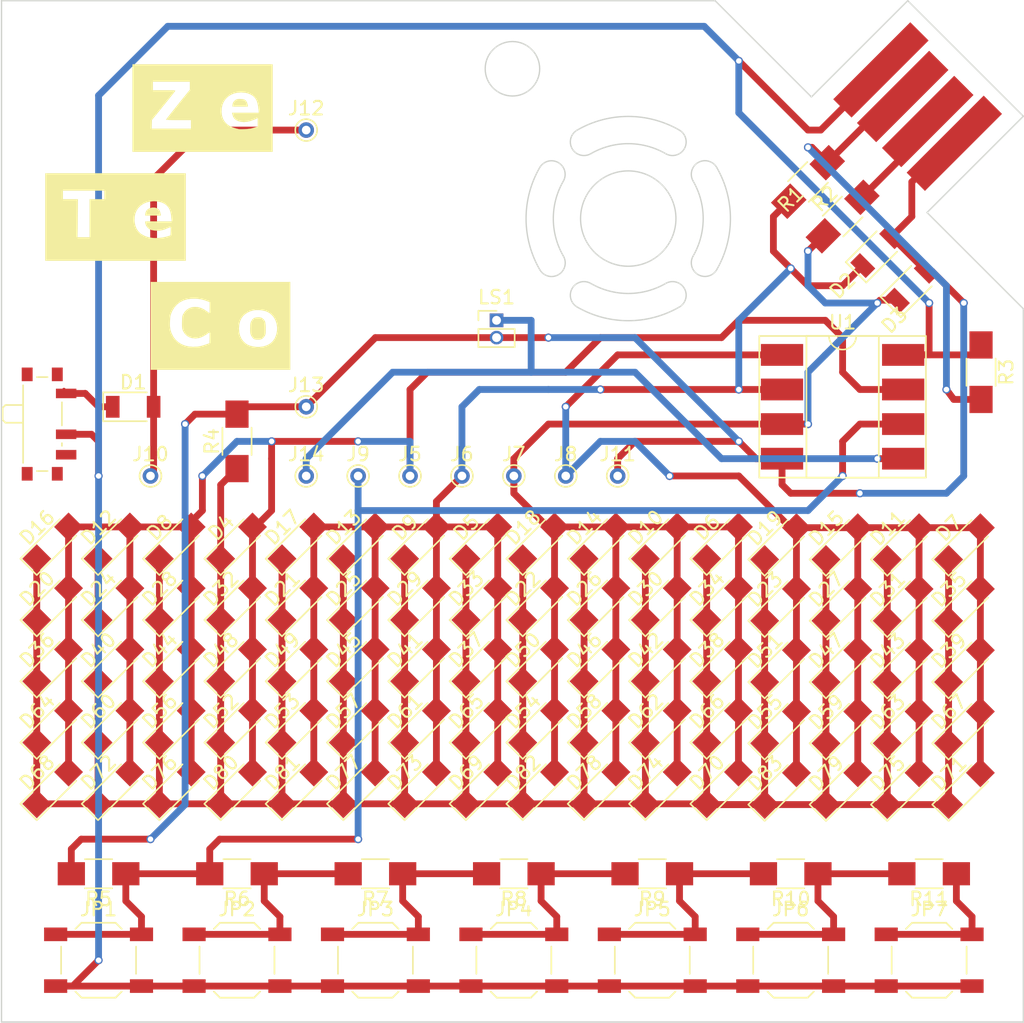
<source format=kicad_pcb>
(kicad_pcb (version 4) (host pcbnew 4.0.6)
  (layers (0 F.Cu signal) (31 B.Cu signal) (34 B.Paste user) (35 F.Paste user) (36 B.SilkS user) (37 F.SilkS user) (38 B.Mask user) (39 F.Mask user) (44 Edge.Cuts user))
  (net 0 "")
  (net 1 "Net-(D1-Pad1)")
  (net 2 "Net-(D10-Pad1)")
  (net 3 "Net-(D10-Pad2)")
  (net 4 "Net-(D12-Pad2)")
  (net 5 "Net-(D11-Pad2)")
  (net 6 "Net-(J9-Pad1)")
  (net 7 GND)
  (net 8 "Net-(J14-Pad1)")
  (net 9 "Net-(J15-Pad3)")
  (net 10 "Net-(J15-Pad2)")
  (net 11 "Net-(JP2-Pad1)")
  (net 12 "Net-(JP3-Pad1)")
  (net 13 "Net-(JP4-Pad1)")
  (net 14 "Net-(JP5-Pad1)")
  (net 15 "Net-(JP6-Pad1)")
  (net 16 "Net-(JP7-Pad1)")
  (net 17 "Net-(D13-Pad2)")
  (net 18 "Net-(D1-Pad2)")
  (net 19 "Net-(J15-Pad1)")
  (module Diodes_SMD:D_1206 (layer F.Cu) (at 182.88 81.28)
    (fp_text reference D1 (at 0 -1.8) (layer F.SilkS))
    (fp_text value D)
    (pad 1 smd rect (at -1.5 0) (size 1 1.6) (layers F.Cu F.Paste F.Mask) (net 1 "Net-(D1-Pad1)"))
    (pad 2 smd rect (at 1.5 0) (size 1 1.6) (layers F.Cu F.Paste F.Mask) (net 18 "Net-(D1-Pad2)"))
  )
  (module Diodes_SMD:D_1206 (layer F.Cu) (at 237.49 69.85 45)
    (fp_text reference D2 (at -3.592102 0 45) (layer F.SilkS))
    (fp_text value 3.6V)
    (pad 1 smd rect (at -1.5 0 45) (size 1 1.6) (layers F.Cu F.Paste F.Mask) (net 17 "Net-(D13-Pad2)"))
    (pad 2 smd rect (at 1.5 0 45) (size 1 1.6) (layers F.Cu F.Paste F.Mask) (net 7 GND))
  )
  (module Diodes_SMD:D_1206 (layer F.Cu) (at 240.03 72.39 45)
    (fp_text reference D3 (at -2.694077 0.898026 45) (layer F.SilkS))
    (fp_text value "")
    (pad 1 smd rect (at -1.5 0 45) (size 1 1.6) (layers F.Cu F.Paste F.Mask) (net 3 "Net-(D10-Pad2)"))
    (pad 2 smd rect (at 1.5 0 45) (size 1 1.6) (layers F.Cu F.Paste F.Mask) (net 7 GND))
  )
  (module LEDs:LED_1206 (layer F.Cu) (at 190.47 91.27 45)
    (fp_text reference D4 (at 0 -1.6 45) (layer F.SilkS))
    (fp_text value LED)
    (pad 2 smd rect (at 1.65 0 225) (size 1.5 1.5) (layers F.Cu F.Paste F.Mask) (net 4 "Net-(D12-Pad2)"))
    (pad 1 smd rect (at -1.65 0 225) (size 1.5 1.5) (layers F.Cu F.Paste F.Mask) (net 2 "Net-(D10-Pad1)"))
  )
  (module LEDs:LED_1206 (layer F.Cu) (at 208.47 91.27 45)
    (fp_text reference D5 (at 0 -1.6 45) (layer F.SilkS))
    (fp_text value LED)
    (pad 2 smd rect (at 1.65 0 225) (size 1.5 1.5) (layers F.Cu F.Paste F.Mask) (net 17 "Net-(D13-Pad2)"))
    (pad 1 smd rect (at -1.65 0 225) (size 1.5 1.5) (layers F.Cu F.Paste F.Mask) (net 2 "Net-(D10-Pad1)"))
  )
  (module LEDs:LED_1206 (layer F.Cu) (at 226.14 91.27 45)
    (fp_text reference D6 (at 0 -1.6 45) (layer F.SilkS))
    (fp_text value LED)
    (pad 2 smd rect (at 1.65 0 225) (size 1.5 1.5) (layers F.Cu F.Paste F.Mask) (net 3 "Net-(D10-Pad2)"))
    (pad 1 smd rect (at -1.65 0 225) (size 1.5 1.5) (layers F.Cu F.Paste F.Mask) (net 2 "Net-(D10-Pad1)"))
  )
  (module LEDs:LED_1206 (layer F.Cu) (at 243.895 91.325 45)
    (fp_text reference D7 (at 0 -1.6 45) (layer F.SilkS))
    (fp_text value LED)
    (pad 2 smd rect (at 1.65 0 225) (size 1.5 1.5) (layers F.Cu F.Paste F.Mask) (net 5 "Net-(D11-Pad2)"))
    (pad 1 smd rect (at -1.65 0 225) (size 1.5 1.5) (layers F.Cu F.Paste F.Mask) (net 2 "Net-(D10-Pad1)"))
  )
  (module LEDs:LED_1206 (layer F.Cu) (at 185.97 91.27 45)
    (fp_text reference D8 (at 0 -1.6 45) (layer F.SilkS))
    (fp_text value LED)
    (pad 2 smd rect (at 1.65 0 225) (size 1.5 1.5) (layers F.Cu F.Paste F.Mask) (net 4 "Net-(D12-Pad2)"))
    (pad 1 smd rect (at -1.65 0 225) (size 1.5 1.5) (layers F.Cu F.Paste F.Mask) (net 2 "Net-(D10-Pad1)"))
  )
  (module LEDs:LED_1206 (layer F.Cu) (at 203.97 91.27 45)
    (fp_text reference D9 (at 0 -1.6 45) (layer F.SilkS))
    (fp_text value LED)
    (pad 2 smd rect (at 1.65 0 225) (size 1.5 1.5) (layers F.Cu F.Paste F.Mask) (net 17 "Net-(D13-Pad2)"))
    (pad 1 smd rect (at -1.65 0 225) (size 1.5 1.5) (layers F.Cu F.Paste F.Mask) (net 2 "Net-(D10-Pad1)"))
  )
  (module LEDs:LED_1206 (layer F.Cu) (at 221.64 91.27 45)
    (fp_text reference D10 (at 0 -1.6 45) (layer F.SilkS))
    (fp_text value LED)
    (pad 2 smd rect (at 1.65 0 225) (size 1.5 1.5) (layers F.Cu F.Paste F.Mask) (net 3 "Net-(D10-Pad2)"))
    (pad 1 smd rect (at -1.65 0 225) (size 1.5 1.5) (layers F.Cu F.Paste F.Mask) (net 2 "Net-(D10-Pad1)"))
  )
  (module LEDs:LED_1206 (layer F.Cu) (at 239.395 91.325 45)
    (fp_text reference D11 (at 0 -1.6 45) (layer F.SilkS))
    (fp_text value LED)
    (pad 2 smd rect (at 1.65 0 225) (size 1.5 1.5) (layers F.Cu F.Paste F.Mask) (net 5 "Net-(D11-Pad2)"))
    (pad 1 smd rect (at -1.65 0 225) (size 1.5 1.5) (layers F.Cu F.Paste F.Mask) (net 2 "Net-(D10-Pad1)"))
  )
  (module LEDs:LED_1206 (layer F.Cu) (at 181.47 91.27 45)
    (fp_text reference D12 (at 0 -1.6 45) (layer F.SilkS))
    (fp_text value LED)
    (pad 2 smd rect (at 1.65 0 225) (size 1.5 1.5) (layers F.Cu F.Paste F.Mask) (net 4 "Net-(D12-Pad2)"))
    (pad 1 smd rect (at -1.65 0 225) (size 1.5 1.5) (layers F.Cu F.Paste F.Mask) (net 2 "Net-(D10-Pad1)"))
  )
  (module LEDs:LED_1206 (layer F.Cu) (at 199.47 91.27 45)
    (fp_text reference D13 (at 0 -1.6 45) (layer F.SilkS))
    (fp_text value LED)
    (pad 2 smd rect (at 1.65 0 225) (size 1.5 1.5) (layers F.Cu F.Paste F.Mask) (net 17 "Net-(D13-Pad2)"))
    (pad 1 smd rect (at -1.65 0 225) (size 1.5 1.5) (layers F.Cu F.Paste F.Mask) (net 2 "Net-(D10-Pad1)"))
  )
  (module LEDs:LED_1206 (layer F.Cu) (at 217.14 91.27 45)
    (fp_text reference D14 (at 0 -1.6 45) (layer F.SilkS))
    (fp_text value LED)
    (pad 2 smd rect (at 1.65 0 225) (size 1.5 1.5) (layers F.Cu F.Paste F.Mask) (net 3 "Net-(D10-Pad2)"))
    (pad 1 smd rect (at -1.65 0 225) (size 1.5 1.5) (layers F.Cu F.Paste F.Mask) (net 2 "Net-(D10-Pad1)"))
  )
  (module LEDs:LED_1206 (layer F.Cu) (at 234.895 91.325 45)
    (fp_text reference D15 (at 0 -1.6 45) (layer F.SilkS))
    (fp_text value LED)
    (pad 2 smd rect (at 1.65 0 225) (size 1.5 1.5) (layers F.Cu F.Paste F.Mask) (net 5 "Net-(D11-Pad2)"))
    (pad 1 smd rect (at -1.65 0 225) (size 1.5 1.5) (layers F.Cu F.Paste F.Mask) (net 2 "Net-(D10-Pad1)"))
  )
  (module LEDs:LED_1206 (layer F.Cu) (at 176.97 91.27 45)
    (fp_text reference D16 (at 0 -1.6 45) (layer F.SilkS))
    (fp_text value "")
    (pad 2 smd rect (at 1.65 0 225) (size 1.5 1.5) (layers F.Cu F.Paste F.Mask) (net 4 "Net-(D12-Pad2)"))
    (pad 1 smd rect (at -1.65 0 225) (size 1.5 1.5) (layers F.Cu F.Paste F.Mask) (net 2 "Net-(D10-Pad1)"))
  )
  (module LEDs:LED_1206 (layer F.Cu) (at 194.97 91.27 45)
    (fp_text reference D17 (at 0 -1.6 45) (layer F.SilkS))
    (fp_text value LED)
    (pad 2 smd rect (at 1.65 0 225) (size 1.5 1.5) (layers F.Cu F.Paste F.Mask) (net 17 "Net-(D13-Pad2)"))
    (pad 1 smd rect (at -1.65 0 225) (size 1.5 1.5) (layers F.Cu F.Paste F.Mask) (net 2 "Net-(D10-Pad1)"))
  )
  (module LEDs:LED_1206 (layer F.Cu) (at 212.64 91.27 45)
    (fp_text reference D18 (at 0 -1.6 45) (layer F.SilkS))
    (fp_text value LED)
    (pad 2 smd rect (at 1.65 0 225) (size 1.5 1.5) (layers F.Cu F.Paste F.Mask) (net 3 "Net-(D10-Pad2)"))
    (pad 1 smd rect (at -1.65 0 225) (size 1.5 1.5) (layers F.Cu F.Paste F.Mask) (net 2 "Net-(D10-Pad1)"))
  )
  (module LEDs:LED_1206 (layer F.Cu) (at 230.395 91.325 45)
    (fp_text reference D19 (at 0 -1.6 45) (layer F.SilkS))
    (fp_text value LED)
    (pad 2 smd rect (at 1.65 0 225) (size 1.5 1.5) (layers F.Cu F.Paste F.Mask) (net 5 "Net-(D11-Pad2)"))
    (pad 1 smd rect (at -1.65 0 225) (size 1.5 1.5) (layers F.Cu F.Paste F.Mask) (net 2 "Net-(D10-Pad1)"))
  )
  (module LEDs:LED_1206 (layer F.Cu) (at 176.97 95.77 45)
    (fp_text reference D20 (at 0 -1.6 45) (layer F.SilkS))
    (fp_text value "")
    (pad 2 smd rect (at 1.65 0 225) (size 1.5 1.5) (layers F.Cu F.Paste F.Mask) (net 4 "Net-(D12-Pad2)"))
    (pad 1 smd rect (at -1.65 0 225) (size 1.5 1.5) (layers F.Cu F.Paste F.Mask) (net 2 "Net-(D10-Pad1)"))
  )
  (module LEDs:LED_1206 (layer F.Cu) (at 194.97 95.77 45)
    (fp_text reference D21 (at 0 -1.6 45) (layer F.SilkS))
    (fp_text value LED)
    (pad 2 smd rect (at 1.65 0 225) (size 1.5 1.5) (layers F.Cu F.Paste F.Mask) (net 17 "Net-(D13-Pad2)"))
    (pad 1 smd rect (at -1.65 0 225) (size 1.5 1.5) (layers F.Cu F.Paste F.Mask) (net 2 "Net-(D10-Pad1)"))
  )
  (module LEDs:LED_1206 (layer F.Cu) (at 212.64 95.77 45)
    (fp_text reference D22 (at 0 -1.6 45) (layer F.SilkS))
    (fp_text value LED)
    (pad 2 smd rect (at 1.65 0 225) (size 1.5 1.5) (layers F.Cu F.Paste F.Mask) (net 3 "Net-(D10-Pad2)"))
    (pad 1 smd rect (at -1.65 0 225) (size 1.5 1.5) (layers F.Cu F.Paste F.Mask) (net 2 "Net-(D10-Pad1)"))
  )
  (module LEDs:LED_1206 (layer F.Cu) (at 230.395 95.825 45)
    (fp_text reference D23 (at 0 -1.6 45) (layer F.SilkS))
    (fp_text value LED)
    (pad 2 smd rect (at 1.65 0 225) (size 1.5 1.5) (layers F.Cu F.Paste F.Mask) (net 5 "Net-(D11-Pad2)"))
    (pad 1 smd rect (at -1.65 0 225) (size 1.5 1.5) (layers F.Cu F.Paste F.Mask) (net 2 "Net-(D10-Pad1)"))
  )
  (module LEDs:LED_1206 (layer F.Cu) (at 181.47 95.77 45)
    (fp_text reference D24 (at 0 -1.6 45) (layer F.SilkS))
    (fp_text value LED)
    (pad 2 smd rect (at 1.65 0 225) (size 1.5 1.5) (layers F.Cu F.Paste F.Mask) (net 4 "Net-(D12-Pad2)"))
    (pad 1 smd rect (at -1.65 0 225) (size 1.5 1.5) (layers F.Cu F.Paste F.Mask) (net 2 "Net-(D10-Pad1)"))
  )
  (module LEDs:LED_1206 (layer F.Cu) (at 199.47 95.77 45)
    (fp_text reference D25 (at 0 -1.6 45) (layer F.SilkS))
    (fp_text value LED)
    (pad 2 smd rect (at 1.65 0 225) (size 1.5 1.5) (layers F.Cu F.Paste F.Mask) (net 17 "Net-(D13-Pad2)"))
    (pad 1 smd rect (at -1.65 0 225) (size 1.5 1.5) (layers F.Cu F.Paste F.Mask) (net 2 "Net-(D10-Pad1)"))
  )
  (module LEDs:LED_1206 (layer F.Cu) (at 217.14 95.77 45)
    (fp_text reference D26 (at 0 -1.6 45) (layer F.SilkS))
    (fp_text value LED)
    (pad 2 smd rect (at 1.65 0 225) (size 1.5 1.5) (layers F.Cu F.Paste F.Mask) (net 3 "Net-(D10-Pad2)"))
    (pad 1 smd rect (at -1.65 0 225) (size 1.5 1.5) (layers F.Cu F.Paste F.Mask) (net 2 "Net-(D10-Pad1)"))
  )
  (module LEDs:LED_1206 (layer F.Cu) (at 234.895 95.825 45)
    (fp_text reference D27 (at 0 -1.6 45) (layer F.SilkS))
    (fp_text value LED)
    (pad 2 smd rect (at 1.65 0 225) (size 1.5 1.5) (layers F.Cu F.Paste F.Mask) (net 5 "Net-(D11-Pad2)"))
    (pad 1 smd rect (at -1.65 0 225) (size 1.5 1.5) (layers F.Cu F.Paste F.Mask) (net 2 "Net-(D10-Pad1)"))
  )
  (module LEDs:LED_1206 (layer F.Cu) (at 185.97 95.77 45)
    (fp_text reference D28 (at 0 -1.6 45) (layer F.SilkS))
    (fp_text value LED)
    (pad 2 smd rect (at 1.65 0 225) (size 1.5 1.5) (layers F.Cu F.Paste F.Mask) (net 4 "Net-(D12-Pad2)"))
    (pad 1 smd rect (at -1.65 0 225) (size 1.5 1.5) (layers F.Cu F.Paste F.Mask) (net 2 "Net-(D10-Pad1)"))
  )
  (module LEDs:LED_1206 (layer F.Cu) (at 203.97 95.77 45)
    (fp_text reference D29 (at 0 -1.6 45) (layer F.SilkS))
    (fp_text value LED)
    (pad 2 smd rect (at 1.65 0 225) (size 1.5 1.5) (layers F.Cu F.Paste F.Mask) (net 17 "Net-(D13-Pad2)"))
    (pad 1 smd rect (at -1.65 0 225) (size 1.5 1.5) (layers F.Cu F.Paste F.Mask) (net 2 "Net-(D10-Pad1)"))
  )
  (module LEDs:LED_1206 (layer F.Cu) (at 221.64 95.77 45)
    (fp_text reference D30 (at 0 -1.6 45) (layer F.SilkS))
    (fp_text value LED)
    (pad 2 smd rect (at 1.65 0 225) (size 1.5 1.5) (layers F.Cu F.Paste F.Mask) (net 3 "Net-(D10-Pad2)"))
    (pad 1 smd rect (at -1.65 0 225) (size 1.5 1.5) (layers F.Cu F.Paste F.Mask) (net 2 "Net-(D10-Pad1)"))
  )
  (module LEDs:LED_1206 (layer F.Cu) (at 239.395 95.825 45)
    (fp_text reference D31 (at 0 -1.6 45) (layer F.SilkS))
    (fp_text value LED)
    (pad 2 smd rect (at 1.65 0 225) (size 1.5 1.5) (layers F.Cu F.Paste F.Mask) (net 5 "Net-(D11-Pad2)"))
    (pad 1 smd rect (at -1.65 0 225) (size 1.5 1.5) (layers F.Cu F.Paste F.Mask) (net 2 "Net-(D10-Pad1)"))
  )
  (module LEDs:LED_1206 (layer F.Cu) (at 190.47 95.77 45)
    (fp_text reference D32 (at 0 -1.6 45) (layer F.SilkS))
    (fp_text value LED)
    (pad 2 smd rect (at 1.65 0 225) (size 1.5 1.5) (layers F.Cu F.Paste F.Mask) (net 4 "Net-(D12-Pad2)"))
    (pad 1 smd rect (at -1.65 0 225) (size 1.5 1.5) (layers F.Cu F.Paste F.Mask) (net 2 "Net-(D10-Pad1)"))
  )
  (module LEDs:LED_1206 (layer F.Cu) (at 208.47 95.77 45)
    (fp_text reference D33 (at 0 -1.6 45) (layer F.SilkS))
    (fp_text value LED)
    (pad 2 smd rect (at 1.65 0 225) (size 1.5 1.5) (layers F.Cu F.Paste F.Mask) (net 17 "Net-(D13-Pad2)"))
    (pad 1 smd rect (at -1.65 0 225) (size 1.5 1.5) (layers F.Cu F.Paste F.Mask) (net 2 "Net-(D10-Pad1)"))
  )
  (module LEDs:LED_1206 (layer F.Cu) (at 226.14 95.77 45)
    (fp_text reference D34 (at 0 -1.6 45) (layer F.SilkS))
    (fp_text value LED)
    (pad 2 smd rect (at 1.65 0 225) (size 1.5 1.5) (layers F.Cu F.Paste F.Mask) (net 3 "Net-(D10-Pad2)"))
    (pad 1 smd rect (at -1.65 0 225) (size 1.5 1.5) (layers F.Cu F.Paste F.Mask) (net 2 "Net-(D10-Pad1)"))
  )
  (module LEDs:LED_1206 (layer F.Cu) (at 243.895 95.825 45)
    (fp_text reference D35 (at 0 -1.6 45) (layer F.SilkS))
    (fp_text value LED)
    (pad 2 smd rect (at 1.65 0 225) (size 1.5 1.5) (layers F.Cu F.Paste F.Mask) (net 5 "Net-(D11-Pad2)"))
    (pad 1 smd rect (at -1.65 0 225) (size 1.5 1.5) (layers F.Cu F.Paste F.Mask) (net 2 "Net-(D10-Pad1)"))
  )
  (module LEDs:LED_1206 (layer F.Cu) (at 176.97 100.27 45)
    (fp_text reference D36 (at 0 -1.6 45) (layer F.SilkS))
    (fp_text value "")
    (pad 2 smd rect (at 1.65 0 225) (size 1.5 1.5) (layers F.Cu F.Paste F.Mask) (net 4 "Net-(D12-Pad2)"))
    (pad 1 smd rect (at -1.65 0 225) (size 1.5 1.5) (layers F.Cu F.Paste F.Mask) (net 2 "Net-(D10-Pad1)"))
  )
  (module LEDs:LED_1206 (layer F.Cu) (at 208.47 100.27 45)
    (fp_text reference D37 (at 0 -1.6 45) (layer F.SilkS))
    (fp_text value LED)
    (pad 2 smd rect (at 1.65 0 225) (size 1.5 1.5) (layers F.Cu F.Paste F.Mask) (net 17 "Net-(D13-Pad2)"))
    (pad 1 smd rect (at -1.65 0 225) (size 1.5 1.5) (layers F.Cu F.Paste F.Mask) (net 2 "Net-(D10-Pad1)"))
  )
  (module LEDs:LED_1206 (layer F.Cu) (at 226.14 100.27 45)
    (fp_text reference D38 (at 0 -1.6 45) (layer F.SilkS))
    (fp_text value LED)
    (pad 2 smd rect (at 1.65 0 225) (size 1.5 1.5) (layers F.Cu F.Paste F.Mask) (net 3 "Net-(D10-Pad2)"))
    (pad 1 smd rect (at -1.65 0 225) (size 1.5 1.5) (layers F.Cu F.Paste F.Mask) (net 2 "Net-(D10-Pad1)"))
  )
  (module LEDs:LED_1206 (layer F.Cu) (at 243.895 100.325 45)
    (fp_text reference D39 (at 0 -1.6 45) (layer F.SilkS))
    (fp_text value LED)
    (pad 2 smd rect (at 1.65 0 225) (size 1.5 1.5) (layers F.Cu F.Paste F.Mask) (net 5 "Net-(D11-Pad2)"))
    (pad 1 smd rect (at -1.65 0 225) (size 1.5 1.5) (layers F.Cu F.Paste F.Mask) (net 2 "Net-(D10-Pad1)"))
  )
  (module LEDs:LED_1206 (layer F.Cu) (at 181.47 100.27 45)
    (fp_text reference D40 (at 0 -1.6 45) (layer F.SilkS))
    (fp_text value LED)
    (pad 2 smd rect (at 1.65 0 225) (size 1.5 1.5) (layers F.Cu F.Paste F.Mask) (net 4 "Net-(D12-Pad2)"))
    (pad 1 smd rect (at -1.65 0 225) (size 1.5 1.5) (layers F.Cu F.Paste F.Mask) (net 2 "Net-(D10-Pad1)"))
  )
  (module LEDs:LED_1206 (layer F.Cu) (at 203.97 100.27 45)
    (fp_text reference D41 (at 0 -1.6 45) (layer F.SilkS))
    (fp_text value LED)
    (pad 2 smd rect (at 1.65 0 225) (size 1.5 1.5) (layers F.Cu F.Paste F.Mask) (net 17 "Net-(D13-Pad2)"))
    (pad 1 smd rect (at -1.65 0 225) (size 1.5 1.5) (layers F.Cu F.Paste F.Mask) (net 2 "Net-(D10-Pad1)"))
  )
  (module LEDs:LED_1206 (layer F.Cu) (at 221.64 100.27 45)
    (fp_text reference D42 (at 0 -1.6 45) (layer F.SilkS))
    (fp_text value LED)
    (pad 2 smd rect (at 1.65 0 225) (size 1.5 1.5) (layers F.Cu F.Paste F.Mask) (net 3 "Net-(D10-Pad2)"))
    (pad 1 smd rect (at -1.65 0 225) (size 1.5 1.5) (layers F.Cu F.Paste F.Mask) (net 2 "Net-(D10-Pad1)"))
  )
  (module LEDs:LED_1206 (layer F.Cu) (at 239.395 100.325 45)
    (fp_text reference D43 (at 0 -1.6 45) (layer F.SilkS))
    (fp_text value LED)
    (pad 2 smd rect (at 1.65 0 225) (size 1.5 1.5) (layers F.Cu F.Paste F.Mask) (net 5 "Net-(D11-Pad2)"))
    (pad 1 smd rect (at -1.65 0 225) (size 1.5 1.5) (layers F.Cu F.Paste F.Mask) (net 2 "Net-(D10-Pad1)"))
  )
  (module LEDs:LED_1206 (layer F.Cu) (at 185.97 100.27 45)
    (fp_text reference D44 (at 0 -1.6 45) (layer F.SilkS))
    (fp_text value LED)
    (pad 2 smd rect (at 1.65 0 225) (size 1.5 1.5) (layers F.Cu F.Paste F.Mask) (net 4 "Net-(D12-Pad2)"))
    (pad 1 smd rect (at -1.65 0 225) (size 1.5 1.5) (layers F.Cu F.Paste F.Mask) (net 2 "Net-(D10-Pad1)"))
  )
  (module LEDs:LED_1206 (layer F.Cu) (at 199.47 100.27 45)
    (fp_text reference D45 (at 0 -1.6 45) (layer F.SilkS))
    (fp_text value LED)
    (pad 2 smd rect (at 1.65 0 225) (size 1.5 1.5) (layers F.Cu F.Paste F.Mask) (net 17 "Net-(D13-Pad2)"))
    (pad 1 smd rect (at -1.65 0 225) (size 1.5 1.5) (layers F.Cu F.Paste F.Mask) (net 2 "Net-(D10-Pad1)"))
  )
  (module LEDs:LED_1206 (layer F.Cu) (at 217.14 100.27 45)
    (fp_text reference D46 (at 0 -1.6 45) (layer F.SilkS))
    (fp_text value LED)
    (pad 2 smd rect (at 1.65 0 225) (size 1.5 1.5) (layers F.Cu F.Paste F.Mask) (net 3 "Net-(D10-Pad2)"))
    (pad 1 smd rect (at -1.65 0 225) (size 1.5 1.5) (layers F.Cu F.Paste F.Mask) (net 2 "Net-(D10-Pad1)"))
  )
  (module LEDs:LED_1206 (layer F.Cu) (at 234.895 100.325 45)
    (fp_text reference D47 (at 0 -1.6 45) (layer F.SilkS))
    (fp_text value LED)
    (pad 2 smd rect (at 1.65 0 225) (size 1.5 1.5) (layers F.Cu F.Paste F.Mask) (net 5 "Net-(D11-Pad2)"))
    (pad 1 smd rect (at -1.65 0 225) (size 1.5 1.5) (layers F.Cu F.Paste F.Mask) (net 2 "Net-(D10-Pad1)"))
  )
  (module LEDs:LED_1206 (layer F.Cu) (at 190.47 100.27 45)
    (fp_text reference D48 (at 0 -1.6 45) (layer F.SilkS))
    (fp_text value LED)
    (pad 2 smd rect (at 1.65 0 225) (size 1.5 1.5) (layers F.Cu F.Paste F.Mask) (net 4 "Net-(D12-Pad2)"))
    (pad 1 smd rect (at -1.65 0 225) (size 1.5 1.5) (layers F.Cu F.Paste F.Mask) (net 2 "Net-(D10-Pad1)"))
  )
  (module LEDs:LED_1206 (layer F.Cu) (at 194.97 100.27 45)
    (fp_text reference D49 (at 0 -1.6 45) (layer F.SilkS))
    (fp_text value LED)
    (pad 2 smd rect (at 1.65 0 225) (size 1.5 1.5) (layers F.Cu F.Paste F.Mask) (net 17 "Net-(D13-Pad2)"))
    (pad 1 smd rect (at -1.65 0 225) (size 1.5 1.5) (layers F.Cu F.Paste F.Mask) (net 2 "Net-(D10-Pad1)"))
  )
  (module LEDs:LED_1206 (layer F.Cu) (at 212.64 100.27 45)
    (fp_text reference D50 (at 0 -1.6 45) (layer F.SilkS))
    (fp_text value LED)
    (pad 2 smd rect (at 1.65 0 225) (size 1.5 1.5) (layers F.Cu F.Paste F.Mask) (net 3 "Net-(D10-Pad2)"))
    (pad 1 smd rect (at -1.65 0 225) (size 1.5 1.5) (layers F.Cu F.Paste F.Mask) (net 2 "Net-(D10-Pad1)"))
  )
  (module LEDs:LED_1206 (layer F.Cu) (at 230.395 100.325 45)
    (fp_text reference D51 (at 0 -1.6 45) (layer F.SilkS))
    (fp_text value LED)
    (pad 2 smd rect (at 1.65 0 225) (size 1.5 1.5) (layers F.Cu F.Paste F.Mask) (net 5 "Net-(D11-Pad2)"))
    (pad 1 smd rect (at -1.65 0 225) (size 1.5 1.5) (layers F.Cu F.Paste F.Mask) (net 2 "Net-(D10-Pad1)"))
  )
  (module LEDs:LED_1206 (layer F.Cu) (at 190.47 104.77 45)
    (fp_text reference D52 (at 0 -1.6 45) (layer F.SilkS))
    (fp_text value LED)
    (pad 2 smd rect (at 1.65 0 225) (size 1.5 1.5) (layers F.Cu F.Paste F.Mask) (net 4 "Net-(D12-Pad2)"))
    (pad 1 smd rect (at -1.65 0 225) (size 1.5 1.5) (layers F.Cu F.Paste F.Mask) (net 2 "Net-(D10-Pad1)"))
  )
  (module LEDs:LED_1206 (layer F.Cu) (at 194.97 104.77 45)
    (fp_text reference D53 (at 0 -1.6 45) (layer F.SilkS))
    (fp_text value LED)
    (pad 2 smd rect (at 1.65 0 225) (size 1.5 1.5) (layers F.Cu F.Paste F.Mask) (net 17 "Net-(D13-Pad2)"))
    (pad 1 smd rect (at -1.65 0 225) (size 1.5 1.5) (layers F.Cu F.Paste F.Mask) (net 2 "Net-(D10-Pad1)"))
  )
  (module LEDs:LED_1206 (layer F.Cu) (at 212.64 104.77 45)
    (fp_text reference D54 (at 0 -1.6 45) (layer F.SilkS))
    (fp_text value LED)
    (pad 2 smd rect (at 1.65 0 225) (size 1.5 1.5) (layers F.Cu F.Paste F.Mask) (net 3 "Net-(D10-Pad2)"))
    (pad 1 smd rect (at -1.65 0 225) (size 1.5 1.5) (layers F.Cu F.Paste F.Mask) (net 2 "Net-(D10-Pad1)"))
  )
  (module LEDs:LED_1206 (layer F.Cu) (at 230.395 104.825 45)
    (fp_text reference D55 (at 0 -1.6 45) (layer F.SilkS))
    (fp_text value LED)
    (pad 2 smd rect (at 1.65 0 225) (size 1.5 1.5) (layers F.Cu F.Paste F.Mask) (net 5 "Net-(D11-Pad2)"))
    (pad 1 smd rect (at -1.65 0 225) (size 1.5 1.5) (layers F.Cu F.Paste F.Mask) (net 2 "Net-(D10-Pad1)"))
  )
  (module LEDs:LED_1206 (layer F.Cu) (at 185.97 104.77 45)
    (fp_text reference D56 (at 0 -1.6 45) (layer F.SilkS))
    (fp_text value LED)
    (pad 2 smd rect (at 1.65 0 225) (size 1.5 1.5) (layers F.Cu F.Paste F.Mask) (net 4 "Net-(D12-Pad2)"))
    (pad 1 smd rect (at -1.65 0 225) (size 1.5 1.5) (layers F.Cu F.Paste F.Mask) (net 2 "Net-(D10-Pad1)"))
  )
  (module LEDs:LED_1206 (layer F.Cu) (at 199.47 104.77 45)
    (fp_text reference D57 (at 0 -1.6 45) (layer F.SilkS))
    (fp_text value LED)
    (pad 2 smd rect (at 1.65 0 225) (size 1.5 1.5) (layers F.Cu F.Paste F.Mask) (net 17 "Net-(D13-Pad2)"))
    (pad 1 smd rect (at -1.65 0 225) (size 1.5 1.5) (layers F.Cu F.Paste F.Mask) (net 2 "Net-(D10-Pad1)"))
  )
  (module LEDs:LED_1206 (layer F.Cu) (at 217.14 104.77 45)
    (fp_text reference D58 (at 0 -1.6 45) (layer F.SilkS))
    (fp_text value LED)
    (pad 2 smd rect (at 1.65 0 225) (size 1.5 1.5) (layers F.Cu F.Paste F.Mask) (net 3 "Net-(D10-Pad2)"))
    (pad 1 smd rect (at -1.65 0 225) (size 1.5 1.5) (layers F.Cu F.Paste F.Mask) (net 2 "Net-(D10-Pad1)"))
  )
  (module LEDs:LED_1206 (layer F.Cu) (at 234.895 104.825 45)
    (fp_text reference D59 (at 0 -1.6 45) (layer F.SilkS))
    (fp_text value LED)
    (pad 2 smd rect (at 1.65 0 225) (size 1.5 1.5) (layers F.Cu F.Paste F.Mask) (net 5 "Net-(D11-Pad2)"))
    (pad 1 smd rect (at -1.65 0 225) (size 1.5 1.5) (layers F.Cu F.Paste F.Mask) (net 2 "Net-(D10-Pad1)"))
  )
  (module LEDs:LED_1206 (layer F.Cu) (at 181.47 104.77 45)
    (fp_text reference D60 (at 0 -1.6 45) (layer F.SilkS))
    (fp_text value LED)
    (pad 2 smd rect (at 1.65 0 225) (size 1.5 1.5) (layers F.Cu F.Paste F.Mask) (net 4 "Net-(D12-Pad2)"))
    (pad 1 smd rect (at -1.65 0 225) (size 1.5 1.5) (layers F.Cu F.Paste F.Mask) (net 2 "Net-(D10-Pad1)"))
  )
  (module LEDs:LED_1206 (layer F.Cu) (at 203.97 104.77 45)
    (fp_text reference D61 (at 0 -1.6 45) (layer F.SilkS))
    (fp_text value LED)
    (pad 2 smd rect (at 1.65 0 225) (size 1.5 1.5) (layers F.Cu F.Paste F.Mask) (net 17 "Net-(D13-Pad2)"))
    (pad 1 smd rect (at -1.65 0 225) (size 1.5 1.5) (layers F.Cu F.Paste F.Mask) (net 2 "Net-(D10-Pad1)"))
  )
  (module LEDs:LED_1206 (layer F.Cu) (at 221.64 104.77 45)
    (fp_text reference D62 (at 0 -1.6 45) (layer F.SilkS))
    (fp_text value LED)
    (pad 2 smd rect (at 1.65 0 225) (size 1.5 1.5) (layers F.Cu F.Paste F.Mask) (net 3 "Net-(D10-Pad2)"))
    (pad 1 smd rect (at -1.65 0 225) (size 1.5 1.5) (layers F.Cu F.Paste F.Mask) (net 2 "Net-(D10-Pad1)"))
  )
  (module LEDs:LED_1206 (layer F.Cu) (at 239.395 104.825 45)
    (fp_text reference D63 (at 0 -1.6 45) (layer F.SilkS))
    (fp_text value LED)
    (pad 2 smd rect (at 1.65 0 225) (size 1.5 1.5) (layers F.Cu F.Paste F.Mask) (net 5 "Net-(D11-Pad2)"))
    (pad 1 smd rect (at -1.65 0 225) (size 1.5 1.5) (layers F.Cu F.Paste F.Mask) (net 2 "Net-(D10-Pad1)"))
  )
  (module LEDs:LED_1206 (layer F.Cu) (at 176.97 104.77 45)
    (fp_text reference D64 (at 0 -1.6 45) (layer F.SilkS))
    (fp_text value "")
    (pad 2 smd rect (at 1.65 0 225) (size 1.5 1.5) (layers F.Cu F.Paste F.Mask) (net 4 "Net-(D12-Pad2)"))
    (pad 1 smd rect (at -1.65 0 225) (size 1.5 1.5) (layers F.Cu F.Paste F.Mask) (net 2 "Net-(D10-Pad1)"))
  )
  (module LEDs:LED_1206 (layer F.Cu) (at 208.47 104.77 45)
    (fp_text reference D65 (at 0 -1.6 45) (layer F.SilkS))
    (fp_text value LED)
    (pad 2 smd rect (at 1.65 0 225) (size 1.5 1.5) (layers F.Cu F.Paste F.Mask) (net 17 "Net-(D13-Pad2)"))
    (pad 1 smd rect (at -1.65 0 225) (size 1.5 1.5) (layers F.Cu F.Paste F.Mask) (net 2 "Net-(D10-Pad1)"))
  )
  (module LEDs:LED_1206 (layer F.Cu) (at 226.14 104.77 45)
    (fp_text reference D66 (at 0 -1.6 45) (layer F.SilkS))
    (fp_text value LED)
    (pad 2 smd rect (at 1.65 0 225) (size 1.5 1.5) (layers F.Cu F.Paste F.Mask) (net 3 "Net-(D10-Pad2)"))
    (pad 1 smd rect (at -1.65 0 225) (size 1.5 1.5) (layers F.Cu F.Paste F.Mask) (net 2 "Net-(D10-Pad1)"))
  )
  (module LEDs:LED_1206 (layer F.Cu) (at 243.895 104.825 45)
    (fp_text reference D67 (at 0 -1.6 45) (layer F.SilkS))
    (fp_text value LED)
    (pad 2 smd rect (at 1.65 0 225) (size 1.5 1.5) (layers F.Cu F.Paste F.Mask) (net 5 "Net-(D11-Pad2)"))
    (pad 1 smd rect (at -1.65 0 225) (size 1.5 1.5) (layers F.Cu F.Paste F.Mask) (net 2 "Net-(D10-Pad1)"))
  )
  (module LEDs:LED_1206 (layer F.Cu) (at 176.97 109.27 45)
    (fp_text reference D68 (at 0 -1.6 45) (layer F.SilkS))
    (fp_text value "")
    (pad 2 smd rect (at 1.65 0 225) (size 1.5 1.5) (layers F.Cu F.Paste F.Mask) (net 4 "Net-(D12-Pad2)"))
    (pad 1 smd rect (at -1.65 0 225) (size 1.5 1.5) (layers F.Cu F.Paste F.Mask) (net 2 "Net-(D10-Pad1)"))
  )
  (module LEDs:LED_1206 (layer F.Cu) (at 208.47 109.27 45)
    (fp_text reference D69 (at 0 -1.6 45) (layer F.SilkS))
    (fp_text value LED)
    (pad 2 smd rect (at 1.65 0 225) (size 1.5 1.5) (layers F.Cu F.Paste F.Mask) (net 17 "Net-(D13-Pad2)"))
    (pad 1 smd rect (at -1.65 0 225) (size 1.5 1.5) (layers F.Cu F.Paste F.Mask) (net 2 "Net-(D10-Pad1)"))
  )
  (module LEDs:LED_1206 (layer F.Cu) (at 226.14 109.27 45)
    (fp_text reference D70 (at 0 -1.6 45) (layer F.SilkS))
    (fp_text value LED)
    (pad 2 smd rect (at 1.65 0 225) (size 1.5 1.5) (layers F.Cu F.Paste F.Mask) (net 3 "Net-(D10-Pad2)"))
    (pad 1 smd rect (at -1.65 0 225) (size 1.5 1.5) (layers F.Cu F.Paste F.Mask) (net 2 "Net-(D10-Pad1)"))
  )
  (module LEDs:LED_1206 (layer F.Cu) (at 243.895 109.325 45)
    (fp_text reference D71 (at 0 -1.6 45) (layer F.SilkS))
    (fp_text value LED)
    (pad 2 smd rect (at 1.65 0 225) (size 1.5 1.5) (layers F.Cu F.Paste F.Mask) (net 5 "Net-(D11-Pad2)"))
    (pad 1 smd rect (at -1.65 0 225) (size 1.5 1.5) (layers F.Cu F.Paste F.Mask) (net 2 "Net-(D10-Pad1)"))
  )
  (module LEDs:LED_1206 (layer F.Cu) (at 181.47 109.27 45)
    (fp_text reference D72 (at 0 -1.6 45) (layer F.SilkS))
    (fp_text value LED)
    (pad 2 smd rect (at 1.65 0 225) (size 1.5 1.5) (layers F.Cu F.Paste F.Mask) (net 4 "Net-(D12-Pad2)"))
    (pad 1 smd rect (at -1.65 0 225) (size 1.5 1.5) (layers F.Cu F.Paste F.Mask) (net 2 "Net-(D10-Pad1)"))
  )
  (module LEDs:LED_1206 (layer F.Cu) (at 203.97 109.27 45)
    (fp_text reference D73 (at 0 -1.6 45) (layer F.SilkS))
    (fp_text value LED)
    (pad 2 smd rect (at 1.65 0 225) (size 1.5 1.5) (layers F.Cu F.Paste F.Mask) (net 17 "Net-(D13-Pad2)"))
    (pad 1 smd rect (at -1.65 0 225) (size 1.5 1.5) (layers F.Cu F.Paste F.Mask) (net 2 "Net-(D10-Pad1)"))
  )
  (module LEDs:LED_1206 (layer F.Cu) (at 221.64 109.27 45)
    (fp_text reference D74 (at 0 -1.6 45) (layer F.SilkS))
    (fp_text value LED)
    (pad 2 smd rect (at 1.65 0 225) (size 1.5 1.5) (layers F.Cu F.Paste F.Mask) (net 3 "Net-(D10-Pad2)"))
    (pad 1 smd rect (at -1.65 0 225) (size 1.5 1.5) (layers F.Cu F.Paste F.Mask) (net 2 "Net-(D10-Pad1)"))
  )
  (module LEDs:LED_1206 (layer F.Cu) (at 239.395 109.325 45)
    (fp_text reference D75 (at 0 -1.6 45) (layer F.SilkS))
    (fp_text value LED)
    (pad 2 smd rect (at 1.65 0 225) (size 1.5 1.5) (layers F.Cu F.Paste F.Mask) (net 5 "Net-(D11-Pad2)"))
    (pad 1 smd rect (at -1.65 0 225) (size 1.5 1.5) (layers F.Cu F.Paste F.Mask) (net 2 "Net-(D10-Pad1)"))
  )
  (module LEDs:LED_1206 (layer F.Cu) (at 185.97 109.27 45)
    (fp_text reference D76 (at 0 -1.6 45) (layer F.SilkS))
    (fp_text value LED)
    (pad 2 smd rect (at 1.65 0 225) (size 1.5 1.5) (layers F.Cu F.Paste F.Mask) (net 4 "Net-(D12-Pad2)"))
    (pad 1 smd rect (at -1.65 0 225) (size 1.5 1.5) (layers F.Cu F.Paste F.Mask) (net 2 "Net-(D10-Pad1)"))
  )
  (module LEDs:LED_1206 (layer F.Cu) (at 199.47 109.27 45)
    (fp_text reference D77 (at 0 -1.6 45) (layer F.SilkS))
    (fp_text value LED)
    (pad 2 smd rect (at 1.65 0 225) (size 1.5 1.5) (layers F.Cu F.Paste F.Mask) (net 17 "Net-(D13-Pad2)"))
    (pad 1 smd rect (at -1.65 0 225) (size 1.5 1.5) (layers F.Cu F.Paste F.Mask) (net 2 "Net-(D10-Pad1)"))
  )
  (module LEDs:LED_1206 (layer F.Cu) (at 217.14 109.27 45)
    (fp_text reference D78 (at 0 -1.6 45) (layer F.SilkS))
    (fp_text value LED)
    (pad 2 smd rect (at 1.65 0 225) (size 1.5 1.5) (layers F.Cu F.Paste F.Mask) (net 3 "Net-(D10-Pad2)"))
    (pad 1 smd rect (at -1.65 0 225) (size 1.5 1.5) (layers F.Cu F.Paste F.Mask) (net 2 "Net-(D10-Pad1)"))
  )
  (module LEDs:LED_1206 (layer F.Cu) (at 234.895 109.325 45)
    (fp_text reference D79 (at 0 -1.6 45) (layer F.SilkS))
    (fp_text value LED)
    (pad 2 smd rect (at 1.65 0 225) (size 1.5 1.5) (layers F.Cu F.Paste F.Mask) (net 5 "Net-(D11-Pad2)"))
    (pad 1 smd rect (at -1.65 0 225) (size 1.5 1.5) (layers F.Cu F.Paste F.Mask) (net 2 "Net-(D10-Pad1)"))
  )
  (module LEDs:LED_1206 (layer F.Cu) (at 190.47 109.27 45)
    (fp_text reference D80 (at 0 -1.6 45) (layer F.SilkS))
    (fp_text value LED)
    (pad 2 smd rect (at 1.65 0 225) (size 1.5 1.5) (layers F.Cu F.Paste F.Mask) (net 4 "Net-(D12-Pad2)"))
    (pad 1 smd rect (at -1.65 0 225) (size 1.5 1.5) (layers F.Cu F.Paste F.Mask) (net 2 "Net-(D10-Pad1)"))
  )
  (module LEDs:LED_1206 (layer F.Cu) (at 194.97 109.27 45)
    (fp_text reference D81 (at 0 -1.6 45) (layer F.SilkS))
    (fp_text value LED)
    (pad 2 smd rect (at 1.65 0 225) (size 1.5 1.5) (layers F.Cu F.Paste F.Mask) (net 17 "Net-(D13-Pad2)"))
    (pad 1 smd rect (at -1.65 0 225) (size 1.5 1.5) (layers F.Cu F.Paste F.Mask) (net 2 "Net-(D10-Pad1)"))
  )
  (module LEDs:LED_1206 (layer F.Cu) (at 212.64 109.27 45)
    (fp_text reference D82 (at 0 -1.6 45) (layer F.SilkS))
    (fp_text value LED)
    (pad 2 smd rect (at 1.65 0 225) (size 1.5 1.5) (layers F.Cu F.Paste F.Mask) (net 3 "Net-(D10-Pad2)"))
    (pad 1 smd rect (at -1.65 0 225) (size 1.5 1.5) (layers F.Cu F.Paste F.Mask) (net 2 "Net-(D10-Pad1)"))
  )
  (module LEDs:LED_1206 (layer F.Cu) (at 230.395 109.325 45)
    (fp_text reference D83 (at 0 -1.6 45) (layer F.SilkS))
    (fp_text value LED)
    (pad 2 smd rect (at 1.65 0 225) (size 1.5 1.5) (layers F.Cu F.Paste F.Mask) (net 5 "Net-(D11-Pad2)"))
    (pad 1 smd rect (at -1.65 0 225) (size 1.5 1.5) (layers F.Cu F.Paste F.Mask) (net 2 "Net-(D10-Pad1)"))
  )
  (module Connectors:PINTST (layer F.Cu) (at 203.2 86.36)
    (fp_text reference J5 (at 0 -1.6) (layer F.SilkS))
    (fp_text value P2)
    (pad 1 thru_hole circle (at 0 0) (size 1.143 1.143) (drill 0.635) (layers *.Cu *.Mask) (net 4 "Net-(D12-Pad2)"))
  )
  (module Connectors:PINTST (layer F.Cu) (at 207.01 86.36)
    (fp_text reference J6 (at 0 -1.6) (layer F.SilkS))
    (fp_text value P3)
    (pad 1 thru_hole circle (at 0 0) (size 1.143 1.143) (drill 0.635) (layers *.Cu *.Mask) (net 17 "Net-(D13-Pad2)"))
  )
  (module Connectors:PINTST (layer F.Cu) (at 210.82 86.36)
    (fp_text reference J7 (at 0 -1.6) (layer F.SilkS))
    (fp_text value P4)
    (pad 1 thru_hole circle (at 0 0) (size 1.143 1.143) (drill 0.635) (layers *.Cu *.Mask) (net 3 "Net-(D10-Pad2)"))
  )
  (module Connectors:PINTST (layer F.Cu) (at 214.63 86.36)
    (fp_text reference J8 (at 0 -1.6) (layer F.SilkS))
    (fp_text value P5)
    (pad 1 thru_hole circle (at 0 0) (size 1.143 1.143) (drill 0.635) (layers *.Cu *.Mask) (net 5 "Net-(D11-Pad2)"))
  )
  (module Connectors:PINTST (layer F.Cu) (at 199.39 86.36)
    (fp_text reference J9 (at 0 -1.6) (layer F.SilkS))
    (fp_text value P1)
    (pad 1 thru_hole circle (at 0 0) (size 1.143 1.143) (drill 0.635) (layers *.Cu *.Mask) (net 6 "Net-(J9-Pad1)"))
  )
  (module Connectors:PINTST (layer F.Cu) (at 184.15 86.36)
    (fp_text reference J10 (at 0 -1.6) (layer F.SilkS))
    (fp_text value 3V)
    (pad 1 thru_hole circle (at 0 0) (size 1.143 1.143) (drill 0.635) (layers *.Cu *.Mask) (net 18 "Net-(D1-Pad2)"))
  )
  (module Connectors:PINTST (layer F.Cu) (at 218.44 86.36)
    (fp_text reference J11 (at 0 -1.6) (layer F.SilkS))
    (fp_text value GND)
    (pad 1 thru_hole circle (at 0 0) (size 1.143 1.143) (drill 0.635) (layers *.Cu *.Mask) (net 7 GND))
  )
  (module Connectors:PINTST (layer F.Cu) (at 195.58 60.96)
    (fp_text reference J12 (at 0 -1.6) (layer F.SilkS))
    (fp_text value "Bat. (+)")
    (pad 1 thru_hole circle (at 0 0) (size 1.143 1.143) (drill 0.635) (layers *.Cu *.Mask) (net 18 "Net-(D1-Pad2)"))
  )
  (module Connectors:PINTST (layer F.Cu) (at 195.58 81.28)
    (fp_text reference J13 (at 0 -1.6) (layer F.SilkS))
    (fp_text value "Bat. (-)")
    (pad 1 thru_hole circle (at 0 0) (size 1.143 1.143) (drill 0.635) (layers *.Cu *.Mask) (net 7 GND))
  )
  (module Connectors:PINTST (layer F.Cu) (at 195.58 86.36)
    (fp_text reference J14 (at 0 -1.6) (layer F.SilkS))
    (fp_text value P0)
    (pad 1 thru_hole circle (at 0 0) (size 1.143 1.143) (drill 0.635) (layers *.Cu *.Mask) (net 8 "Net-(J14-Pad1)"))
  )
  (module USB:usb-PCB (layer F.Cu) (at 243.92 55.77 135)
    (fp_text reference J15 hide)
    (fp_text value USB_A hide)
    (pad 1 connect rect (at 3.81 -4.9 135) (size 1.9 8) (layers F.Cu F.Mask) (net 19 "Net-(J15-Pad1)"))
    (pad 4 connect rect (at -3.81 -4.9 135) (size 1.9 8) (layers F.Cu F.Mask) (net 7 GND))
    (pad 3 connect rect (at -1.3 -5.15 135) (size 2 7.5) (layers F.Cu F.Mask) (net 9 "Net-(J15-Pad3)"))
    (pad 2 connect rect (at 1.3 -5.15 135) (size 2 7.5) (layers F.Cu F.Mask) (net 10 "Net-(J15-Pad2)"))
  )
  (module Pin_Headers:Pin_Header_Straight_1x02_Pitch1.27mm (layer F.Cu) (at 209.55 74.93)
    (fp_text reference LS1 (at 0 -1.695) (layer F.SilkS))
    (fp_text value Speaker)
    (pad 1 thru_hole rect (at 0 0) (size 1 1) (drill 0.65) (layers *.Cu *.Mask) (net 8 "Net-(J14-Pad1)"))
    (pad 2 thru_hole oval (at 0 1.27) (size 1 1) (drill 0.65) (layers *.Cu *.Mask) (net 7 GND))
  )
  (module Resistors_SMD:R_1206_HandSoldering (layer F.Cu) (at 232.41 64.77 45)
    (fp_text reference R1 (at -1.796051 0 45) (layer F.SilkS))
    (fp_text value 66.5R)
    (pad 1 smd rect (at -2 0 45) (size 2 1.7) (layers F.Cu F.Paste F.Mask) (net 17 "Net-(D13-Pad2)"))
    (pad 2 smd rect (at 2 0 45) (size 2 1.7) (layers F.Cu F.Paste F.Mask) (net 10 "Net-(J15-Pad2)"))
  )
  (module Resistors_SMD:R_1206_HandSoldering (layer F.Cu) (at 234.95 67.31 45)
    (fp_text reference R2 (at 0 -1.85 45) (layer F.SilkS))
    (fp_text value "")
    (pad 1 smd rect (at -2 0 45) (size 2 1.7) (layers F.Cu F.Paste F.Mask) (net 3 "Net-(D10-Pad2)"))
    (pad 2 smd rect (at 2 0 45) (size 2 1.7) (layers F.Cu F.Paste F.Mask) (net 9 "Net-(J15-Pad3)"))
  )
  (module Resistors_SMD:R_1206_HandSoldering (layer F.Cu) (at 245.11 78.74 270)
    (fp_text reference R3 (at 0 -1.85 270) (layer F.SilkS))
    (fp_text value 1.5k)
    (pad 1 smd rect (at -2 0 270) (size 2 1.7) (layers F.Cu F.Paste F.Mask) (net 19 "Net-(J15-Pad1)"))
    (pad 2 smd rect (at 2 0 270) (size 2 1.7) (layers F.Cu F.Paste F.Mask) (net 10 "Net-(J15-Pad2)"))
  )
  (module Resistors_SMD:R_1206_HandSoldering (layer F.Cu) (at 190.5 83.82 90)
    (fp_text reference R4 (at 0 -1.85 90) (layer F.SilkS))
    (fp_text value 100R)
    (pad 1 smd rect (at -2 0 90) (size 2 1.7) (layers F.Cu F.Paste F.Mask) (net 2 "Net-(D10-Pad1)"))
    (pad 2 smd rect (at 2 0 90) (size 2 1.7) (layers F.Cu F.Paste F.Mask) (net 7 GND))
  )
  (module Resistors_SMD:R_1206_HandSoldering (layer F.Cu) (at 180.34 115.57 180)
    (fp_text reference R5 (at 0 -1.85 180) (layer F.SilkS))
    (fp_text value 2.2k)
    (pad 1 smd rect (at -2 0 180) (size 2 1.7) (layers F.Cu F.Paste F.Mask) (net 6 "Net-(J9-Pad1)"))
    (pad 2 smd rect (at 2 0 180) (size 2 1.7) (layers F.Cu F.Paste F.Mask) (net 7 GND))
  )
  (module Resistors_SMD:R_1206_HandSoldering (layer F.Cu) (at 190.5 115.57 180)
    (fp_text reference R6 (at 0 -1.85 180) (layer F.SilkS))
    (fp_text value 2.2k)
    (pad 1 smd rect (at -2 0 180) (size 2 1.7) (layers F.Cu F.Paste F.Mask) (net 11 "Net-(JP2-Pad1)"))
    (pad 2 smd rect (at 2 0 180) (size 2 1.7) (layers F.Cu F.Paste F.Mask) (net 6 "Net-(J9-Pad1)"))
  )
  (module Resistors_SMD:R_1206_HandSoldering (layer F.Cu) (at 200.66 115.57 180)
    (fp_text reference R7 (at 0 -1.85 180) (layer F.SilkS))
    (fp_text value 2.2k)
    (pad 1 smd rect (at -2 0 180) (size 2 1.7) (layers F.Cu F.Paste F.Mask) (net 12 "Net-(JP3-Pad1)"))
    (pad 2 smd rect (at 2 0 180) (size 2 1.7) (layers F.Cu F.Paste F.Mask) (net 11 "Net-(JP2-Pad1)"))
  )
  (module Resistors_SMD:R_1206_HandSoldering (layer F.Cu) (at 210.82 115.57 180)
    (fp_text reference R8 (at 0 -1.85 180) (layer F.SilkS))
    (fp_text value 2.2k)
    (pad 1 smd rect (at -2 0 180) (size 2 1.7) (layers F.Cu F.Paste F.Mask) (net 13 "Net-(JP4-Pad1)"))
    (pad 2 smd rect (at 2 0 180) (size 2 1.7) (layers F.Cu F.Paste F.Mask) (net 12 "Net-(JP3-Pad1)"))
  )
  (module Resistors_SMD:R_1206_HandSoldering (layer F.Cu) (at 220.98 115.57 180)
    (fp_text reference R9 (at 0 -1.85 180) (layer F.SilkS))
    (fp_text value 2.2k)
    (pad 1 smd rect (at -2 0 180) (size 2 1.7) (layers F.Cu F.Paste F.Mask) (net 14 "Net-(JP5-Pad1)"))
    (pad 2 smd rect (at 2 0 180) (size 2 1.7) (layers F.Cu F.Paste F.Mask) (net 13 "Net-(JP4-Pad1)"))
  )
  (module Resistors_SMD:R_1206_HandSoldering (layer F.Cu) (at 231.14 115.57 180)
    (fp_text reference R10 (at 0 -1.85 180) (layer F.SilkS))
    (fp_text value 2.2k)
    (pad 1 smd rect (at -2 0 180) (size 2 1.7) (layers F.Cu F.Paste F.Mask) (net 15 "Net-(JP6-Pad1)"))
    (pad 2 smd rect (at 2 0 180) (size 2 1.7) (layers F.Cu F.Paste F.Mask) (net 14 "Net-(JP5-Pad1)"))
  )
  (module Resistors_SMD:R_1206_HandSoldering (layer F.Cu) (at 241.3 115.57 180)
    (fp_text reference R11 (at 0 -1.85 180) (layer F.SilkS))
    (fp_text value 2.2k)
    (pad 1 smd rect (at -2 0 180) (size 2 1.7) (layers F.Cu F.Paste F.Mask) (net 16 "Net-(JP7-Pad1)"))
    (pad 2 smd rect (at 2 0 180) (size 2 1.7) (layers F.Cu F.Paste F.Mask) (net 15 "Net-(JP6-Pad1)"))
  )
  (module Housings_DIP:DIP-8_W8.89mm_SMDSocket_LongPads (layer F.Cu) (at 234.95 81.28)
    (fp_text reference U1 (at 0 -6.2) (layer F.SilkS))
    (fp_text value ATTINY85-20PU)
    (pad 1 smd rect (at -4.445 -3.81) (size 3.1 1.6) (layers F.Cu F.Paste F.Mask) (net 5 "Net-(D11-Pad2)"))
    (pad 5 smd rect (at 4.445 3.81) (size 3.1 1.6) (layers F.Cu F.Paste F.Mask) (net 8 "Net-(J14-Pad1)"))
    (pad 2 smd rect (at -4.445 -1.27) (size 3.1 1.6) (layers F.Cu F.Paste F.Mask) (net 17 "Net-(D13-Pad2)"))
    (pad 6 smd rect (at 4.445 1.27) (size 3.1 1.6) (layers F.Cu F.Paste F.Mask) (net 6 "Net-(J9-Pad1)"))
    (pad 3 smd rect (at -4.445 1.27) (size 3.1 1.6) (layers F.Cu F.Paste F.Mask) (net 3 "Net-(D10-Pad2)"))
    (pad 7 smd rect (at 4.445 -1.27) (size 3.1 1.6) (layers F.Cu F.Paste F.Mask) (net 4 "Net-(D12-Pad2)"))
    (pad 4 smd rect (at -4.445 3.81) (size 3.1 1.6) (layers F.Cu F.Paste F.Mask) (net 7 GND))
    (pad 8 smd rect (at 4.445 -3.81) (size 3.1 1.6) (layers F.Cu F.Paste F.Mask) (net 19 "Net-(J15-Pad1)"))
  )
  (module Buttons_Switches_SMD:SW_SPDT_PCM12 (layer F.Cu) (at 176.53 82.55 270)
    (fp_text reference "" (at 0 -3.2 270) (layer F.SilkS))
    (fp_text value Hauptschalter)
    (pad "" np_thru_hole circle (at -1.5 0.33 270) (size 0.9 0.9) (drill 0.9) (layers *.Cu *.Mask))
    (pad "" np_thru_hole circle (at 1.5 0.33 270) (size 0.9 0.9) (drill 0.9) (layers *.Cu *.Mask))
    (pad 1 smd rect (at -2.25 -1.43 270) (size 0.7 1.5) (layers F.Cu F.Paste F.Mask) (net 1 "Net-(D1-Pad1)"))
    (pad 2 smd rect (at 0.75 -1.43 270) (size 0.7 1.5) (layers F.Cu F.Paste F.Mask) (net 19 "Net-(J15-Pad1)"))
    (pad 3 smd rect (at 2.25 -1.43 270) (size 0.7 1.5) (layers F.Cu F.Paste F.Mask))
    (pad "" smd rect (at -3.65 1.43 270) (size 1 0.8) (layers F.Cu F.Paste F.Mask))
    (pad "" smd rect (at 3.65 1.43 270) (size 1 0.8) (layers F.Cu F.Paste F.Mask))
    (pad "" smd rect (at 3.65 -0.78 270) (size 1 0.8) (layers F.Cu F.Paste F.Mask))
    (pad "" smd rect (at -3.65 -0.78 270) (size 1 0.8) (layers F.Cu F.Paste F.Mask))
  )
  (module "ZeTeCo Badge:ZeTeCo Logo" (layer F.Cu) (at 185.42 67.31)
    (fp_text reference G*** hide)
    (fp_text value LOGO hide)
  )
  (module Buttons_Switches_SMD:SW_SPST_TL3342 (layer F.Cu) (at 180.34 121.92)
    (fp_text reference JP1 (at 0 -3.75) (layer F.SilkS))
    (fp_text value A)
    (pad 1 smd rect (at -3.15 -1.9) (size 1.7 1) (layers F.Cu F.Paste F.Mask) (net 6 "Net-(J9-Pad1)"))
    (pad 1 smd rect (at 3.15 -1.9) (size 1.7 1) (layers F.Cu F.Paste F.Mask) (net 6 "Net-(J9-Pad1)"))
    (pad 2 smd rect (at -3.15 1.9) (size 1.7 1) (layers F.Cu F.Paste F.Mask) (net 19 "Net-(J15-Pad1)"))
    (pad 2 smd rect (at 3.15 1.9) (size 1.7 1) (layers F.Cu F.Paste F.Mask) (net 19 "Net-(J15-Pad1)"))
  )
  (module Buttons_Switches_SMD:SW_SPST_TL3342 (layer F.Cu) (at 190.5 121.92)
    (fp_text reference JP2 (at 0 -3.75) (layer F.SilkS))
    (fp_text value S)
    (pad 1 smd rect (at -3.15 -1.9) (size 1.7 1) (layers F.Cu F.Paste F.Mask) (net 11 "Net-(JP2-Pad1)"))
    (pad 1 smd rect (at 3.15 -1.9) (size 1.7 1) (layers F.Cu F.Paste F.Mask) (net 11 "Net-(JP2-Pad1)"))
    (pad 2 smd rect (at -3.15 1.9) (size 1.7 1) (layers F.Cu F.Paste F.Mask) (net 19 "Net-(J15-Pad1)"))
    (pad 2 smd rect (at 3.15 1.9) (size 1.7 1) (layers F.Cu F.Paste F.Mask) (net 19 "Net-(J15-Pad1)"))
  )
  (module Buttons_Switches_SMD:SW_SPST_TL3342 (layer F.Cu) (at 200.66 121.92)
    (fp_text reference JP3 (at 0 -3.75) (layer F.SilkS))
    (fp_text value D)
    (pad 1 smd rect (at -3.15 -1.9) (size 1.7 1) (layers F.Cu F.Paste F.Mask) (net 12 "Net-(JP3-Pad1)"))
    (pad 1 smd rect (at 3.15 -1.9) (size 1.7 1) (layers F.Cu F.Paste F.Mask) (net 12 "Net-(JP3-Pad1)"))
    (pad 2 smd rect (at -3.15 1.9) (size 1.7 1) (layers F.Cu F.Paste F.Mask) (net 19 "Net-(J15-Pad1)"))
    (pad 2 smd rect (at 3.15 1.9) (size 1.7 1) (layers F.Cu F.Paste F.Mask) (net 19 "Net-(J15-Pad1)"))
  )
  (module Buttons_Switches_SMD:SW_SPST_TL3342 (layer F.Cu) (at 210.82 121.92)
    (fp_text reference JP4 (at 0 -3.75) (layer F.SilkS))
    (fp_text value F)
    (pad 1 smd rect (at -3.15 -1.9) (size 1.7 1) (layers F.Cu F.Paste F.Mask) (net 13 "Net-(JP4-Pad1)"))
    (pad 1 smd rect (at 3.15 -1.9) (size 1.7 1) (layers F.Cu F.Paste F.Mask) (net 13 "Net-(JP4-Pad1)"))
    (pad 2 smd rect (at -3.15 1.9) (size 1.7 1) (layers F.Cu F.Paste F.Mask) (net 19 "Net-(J15-Pad1)"))
    (pad 2 smd rect (at 3.15 1.9) (size 1.7 1) (layers F.Cu F.Paste F.Mask) (net 19 "Net-(J15-Pad1)"))
  )
  (module Buttons_Switches_SMD:SW_SPST_TL3342 (layer F.Cu) (at 220.98 121.92)
    (fp_text reference JP5 (at 0 -3.75) (layer F.SilkS))
    (fp_text value J)
    (pad 1 smd rect (at -3.15 -1.9) (size 1.7 1) (layers F.Cu F.Paste F.Mask) (net 14 "Net-(JP5-Pad1)"))
    (pad 1 smd rect (at 3.15 -1.9) (size 1.7 1) (layers F.Cu F.Paste F.Mask) (net 14 "Net-(JP5-Pad1)"))
    (pad 2 smd rect (at -3.15 1.9) (size 1.7 1) (layers F.Cu F.Paste F.Mask) (net 19 "Net-(J15-Pad1)"))
    (pad 2 smd rect (at 3.15 1.9) (size 1.7 1) (layers F.Cu F.Paste F.Mask) (net 19 "Net-(J15-Pad1)"))
  )
  (module Buttons_Switches_SMD:SW_SPST_TL3342 (layer F.Cu) (at 231.14 121.92)
    (fp_text reference JP6 (at 0 -3.75) (layer F.SilkS))
    (fp_text value K)
    (pad 1 smd rect (at -3.15 -1.9) (size 1.7 1) (layers F.Cu F.Paste F.Mask) (net 15 "Net-(JP6-Pad1)"))
    (pad 1 smd rect (at 3.15 -1.9) (size 1.7 1) (layers F.Cu F.Paste F.Mask) (net 15 "Net-(JP6-Pad1)"))
    (pad 2 smd rect (at -3.15 1.9) (size 1.7 1) (layers F.Cu F.Paste F.Mask) (net 19 "Net-(J15-Pad1)"))
    (pad 2 smd rect (at 3.15 1.9) (size 1.7 1) (layers F.Cu F.Paste F.Mask) (net 19 "Net-(J15-Pad1)"))
  )
  (module Buttons_Switches_SMD:SW_SPST_TL3342 (layer F.Cu) (at 241.3 121.92)
    (fp_text reference JP7 (at 0 -3.75) (layer F.SilkS))
    (fp_text value L)
    (pad 1 smd rect (at -3.15 -1.9) (size 1.7 1) (layers F.Cu F.Paste F.Mask) (net 16 "Net-(JP7-Pad1)"))
    (pad 1 smd rect (at 3.15 -1.9) (size 1.7 1) (layers F.Cu F.Paste F.Mask) (net 16 "Net-(JP7-Pad1)"))
    (pad 2 smd rect (at -3.15 1.9) (size 1.7 1) (layers F.Cu F.Paste F.Mask) (net 19 "Net-(J15-Pad1)"))
    (pad 2 smd rect (at 3.15 1.9) (size 1.7 1) (layers F.Cu F.Paste F.Mask) (net 19 "Net-(J15-Pad1)"))
  )
  (gr_arc (start 215.96678 61.829433) (end 215.46678 60.963407) (angle -180) (layer Edge.Cuts) (width 0.1))
  (gr_arc (start 222.46678 61.829433) (end 221.96678 62.695458) (angle -180) (layer Edge.Cuts) (width 0.1))
  (gr_arc (start 219.21678 67.458598) (end 222.96678 60.963407) (angle -60) (layer Edge.Cuts) (width 0.1))
  (gr_arc (start 219.21678 67.458598) (end 221.96678 62.695458) (angle -60) (layer Edge.Cuts) (width 0.1))
  (gr_arc (start 219.21678 67.458598) (end 221.691654 69.933472) (angle -90) (layer Edge.Cuts) (width 0.1))
  (gr_arc (start 219.21678 67.458598) (end 221.691654 64.983724) (angle -180) (layer Edge.Cuts) (width 0.1))
  (gr_arc (start 219.21678 67.458598) (end 216.741906 69.933472) (angle -90) (layer Edge.Cuts) (width 0.1))
  (gr_arc (start 224.845945 70.708598) (end 223.979919 70.208598) (angle -180) (layer Edge.Cuts) (width 0.1))
  (gr_arc (start 224.845945 64.208598) (end 225.71197 63.708598) (angle -180) (layer Edge.Cuts) (width 0.1))
  (gr_arc (start 219.21678 67.458598) (end 225.71197 71.208598) (angle -60) (layer Edge.Cuts) (width 0.1))
  (gr_arc (start 219.21678 67.458598) (end 223.979919 70.208598) (angle -60) (layer Edge.Cuts) (width 0.1))
  (gr_arc (start 215.96678 73.087763) (end 216.46678 72.221738) (angle -180) (layer Edge.Cuts) (width 0.1))
  (gr_arc (start 222.46678 73.087763) (end 222.96678 73.953788) (angle -180) (layer Edge.Cuts) (width 0.1))
  (gr_arc (start 219.21678 67.458598) (end 215.46678 73.953788) (angle -60) (layer Edge.Cuts) (width 0.1))
  (gr_arc (start 219.21678 67.458598) (end 216.46678 72.221738) (angle -60) (layer Edge.Cuts) (width 0.1))
  (gr_arc (start 213.587615 64.208598) (end 214.45364 64.708598) (angle -180) (layer Edge.Cuts) (width 0.1))
  (gr_arc (start 213.587615 70.708598) (end 212.721589 71.208598) (angle -180) (layer Edge.Cuts) (width 0.1))
  (gr_arc (start 219.21678 67.458598) (end 212.721589 63.708598) (angle -60) (layer Edge.Cuts) (width 0.1))
  (gr_arc (start 219.21678 67.458598) (end 214.45364 64.708598) (angle -60) (layer Edge.Cuts) (width 0.1))
  (gr_circle (center 210.71678 56.458598) (end 212.71678 56.458598) (layer Edge.Cuts) (width 0.1))
  (gr_line (start 173.21678 126.458598) (end 173.21678 51.458598) (layer Edge.Cuts) (width 0.1))
  (gr_line (start 248.21678 126.458598) (end 173.21678 126.458598) (layer Edge.Cuts) (width 0.1))
  (gr_line (start 225.589363 51.458598) (end 173.21678 51.458598) (layer Edge.Cuts) (width 0.1))
  (gr_line (start 248.21678 74.086015) (end 248.21678 126.458598) (layer Edge.Cuts) (width 0.1))
  (gr_line (start 232.660431 58.529666) (end 225.589363 51.458598) (layer Edge.Cuts) (width 0.1))
  (gr_line (start 248.21678 74.086015) (end 241.145712 67.014947) (layer Edge.Cuts) (width 0.1))
  (gr_line (start 248.21678 59.943879) (end 241.145712 67.014947) (layer Edge.Cuts) (width 0.1))
  (gr_line (start 239.731498 51.458598) (end 232.660431 58.529666) (layer Edge.Cuts) (width 0.1))
  (gr_line (start 248.21678 59.943879) (end 239.731498 51.458598) (layer Edge.Cuts) (width 0.1))
  (segment (start 177.96 80.3) (end 179.36 80.3) (width 0.5) (layer F.Cu) (net 1))
  (segment (start 180.34 81.28) (end 181.38 81.28) (width 0.5) (layer F.Cu) (net 1))
  (segment (start 179.36 80.3) (end 180.34 81.28) (width 0.5) (layer F.Cu) (net 1))
  (segment (start 177.8 80.01) (end 177.96 80.3) (width 0.25) (layer F.Cu) (net 1))
  (segment (start 224.973274 105.936726) (end 224.973274 110.436726) (width 0.5) (layer F.Cu) (net 2))
  (segment (start 224.973274 110.436726) (end 225.028274 110.491726) (width 0.5) (layer F.Cu) (net 2))
  (segment (start 225.028274 110.491726) (end 229.228274 110.491726) (width 0.5) (layer F.Cu) (net 2))
  (segment (start 229.228274 110.491726) (end 229.228274 105.991726) (width 0.5) (layer F.Cu) (net 2))
  (segment (start 229.228274 105.991726) (end 229.228274 110.491726) (width 0.5) (layer F.Cu) (net 2))
  (segment (start 189.303274 92.436726) (end 189.303274 87.016726) (width 0.5) (layer F.Cu) (net 2))
  (segment (start 189.303274 87.016726) (end 190.5 85.82) (width 0.5) (layer F.Cu) (net 2))
  (segment (start 233.728274 110.491726) (end 238.228274 110.491726) (width 0.5) (layer F.Cu) (net 2))
  (segment (start 238.228274 110.491726) (end 242.728274 110.491726) (width 0.5) (layer F.Cu) (net 2))
  (segment (start 175.803274 110.436726) (end 180.303274 110.436726) (width 0.5) (layer F.Cu) (net 2))
  (segment (start 180.303274 110.436726) (end 184.803274 110.436726) (width 0.5) (layer F.Cu) (net 2))
  (segment (start 184.803274 110.436726) (end 189.303274 110.436726) (width 0.5) (layer F.Cu) (net 2))
  (segment (start 189.303274 110.436726) (end 193.803274 110.436726) (width 0.5) (layer F.Cu) (net 2))
  (segment (start 193.803274 110.436726) (end 198.303274 110.436726) (width 0.5) (layer F.Cu) (net 2))
  (segment (start 198.303274 110.436726) (end 202.803274 110.436726) (width 0.5) (layer F.Cu) (net 2))
  (segment (start 202.803274 110.436726) (end 207.303274 110.436726) (width 0.5) (layer F.Cu) (net 2))
  (segment (start 207.303274 110.436726) (end 211.473274 110.436726) (width 0.5) (layer F.Cu) (net 2))
  (segment (start 211.473274 110.436726) (end 215.973274 110.436726) (width 0.5) (layer F.Cu) (net 2))
  (segment (start 215.973274 110.436726) (end 220.473274 110.436726) (width 0.5) (layer F.Cu) (net 2))
  (segment (start 220.473274 110.436726) (end 224.973274 110.436726) (width 0.5) (layer F.Cu) (net 2))
  (segment (start 224.973274 110.436726) (end 225.028274 110.491726) (width 0.5) (layer F.Cu) (net 2))
  (segment (start 225.028274 110.491726) (end 233.728274 110.491726) (width 0.5) (layer F.Cu) (net 2))
  (segment (start 175.803274 110.436726) (end 175.803274 105.936726) (width 0.5) (layer F.Cu) (net 2))
  (segment (start 175.803274 105.936726) (end 175.803274 101.436726) (width 0.5) (layer F.Cu) (net 2))
  (segment (start 175.803274 101.436726) (end 175.803274 96.936726) (width 0.5) (layer F.Cu) (net 2))
  (segment (start 175.803274 96.936726) (end 175.803274 92.436726) (width 0.5) (layer F.Cu) (net 2))
  (segment (start 180.303274 110.436726) (end 180.303274 105.936726) (width 0.5) (layer F.Cu) (net 2))
  (segment (start 180.303274 105.936726) (end 180.303274 101.436726) (width 0.5) (layer F.Cu) (net 2))
  (segment (start 180.303274 101.436726) (end 180.303274 96.936726) (width 0.5) (layer F.Cu) (net 2))
  (segment (start 180.303274 96.936726) (end 180.303274 92.436726) (width 0.5) (layer F.Cu) (net 2))
  (segment (start 184.803274 110.436726) (end 184.803274 105.936726) (width 0.5) (layer F.Cu) (net 2))
  (segment (start 184.803274 105.936726) (end 184.803274 101.436726) (width 0.5) (layer F.Cu) (net 2))
  (segment (start 184.803274 101.436726) (end 184.803274 96.936726) (width 0.5) (layer F.Cu) (net 2))
  (segment (start 184.803274 96.936726) (end 184.803274 92.436726) (width 0.5) (layer F.Cu) (net 2))
  (segment (start 189.303274 110.436726) (end 189.303274 105.936726) (width 0.5) (layer F.Cu) (net 2))
  (segment (start 189.303274 105.936726) (end 189.303274 101.436726) (width 0.5) (layer F.Cu) (net 2))
  (segment (start 189.303274 101.436726) (end 189.303274 96.936726) (width 0.5) (layer F.Cu) (net 2))
  (segment (start 189.303274 96.936726) (end 189.303274 92.436726) (width 0.5) (layer F.Cu) (net 2))
  (segment (start 193.803274 110.436726) (end 193.803274 105.936726) (width 0.5) (layer F.Cu) (net 2))
  (segment (start 193.803274 105.936726) (end 193.803274 101.436726) (width 0.5) (layer F.Cu) (net 2))
  (segment (start 193.803274 101.436726) (end 193.803274 96.936726) (width 0.5) (layer F.Cu) (net 2))
  (segment (start 193.803274 96.936726) (end 193.803274 92.436726) (width 0.5) (layer F.Cu) (net 2))
  (segment (start 198.303274 110.436726) (end 198.303274 105.936726) (width 0.5) (layer F.Cu) (net 2))
  (segment (start 198.303274 105.936726) (end 198.303274 101.436726) (width 0.5) (layer F.Cu) (net 2))
  (segment (start 198.303274 101.436726) (end 198.303274 96.936726) (width 0.5) (layer F.Cu) (net 2))
  (segment (start 198.303274 96.936726) (end 198.303274 92.436726) (width 0.5) (layer F.Cu) (net 2))
  (segment (start 202.803274 110.436726) (end 202.803274 105.936726) (width 0.5) (layer F.Cu) (net 2))
  (segment (start 202.803274 105.936726) (end 202.803274 101.436726) (width 0.5) (layer F.Cu) (net 2))
  (segment (start 202.803274 101.436726) (end 202.803274 96.936726) (width 0.5) (layer F.Cu) (net 2))
  (segment (start 202.803274 96.936726) (end 202.803274 92.436726) (width 0.5) (layer F.Cu) (net 2))
  (segment (start 207.303274 110.436726) (end 207.303274 105.936726) (width 0.5) (layer F.Cu) (net 2))
  (segment (start 207.303274 105.936726) (end 207.303274 101.436726) (width 0.5) (layer F.Cu) (net 2))
  (segment (start 207.303274 101.436726) (end 207.303274 96.936726) (width 0.5) (layer F.Cu) (net 2))
  (segment (start 207.303274 96.936726) (end 207.303274 92.436726) (width 0.5) (layer F.Cu) (net 2))
  (segment (start 211.473274 110.436726) (end 211.473274 105.936726) (width 0.5) (layer F.Cu) (net 2))
  (segment (start 211.473274 105.936726) (end 211.473274 101.436726) (width 0.5) (layer F.Cu) (net 2))
  (segment (start 211.473274 101.436726) (end 211.473274 96.936726) (width 0.5) (layer F.Cu) (net 2))
  (segment (start 211.473274 96.936726) (end 211.473274 92.436726) (width 0.5) (layer F.Cu) (net 2))
  (segment (start 215.973274 110.436726) (end 215.973274 105.936726) (width 0.5) (layer F.Cu) (net 2))
  (segment (start 215.973274 105.936726) (end 215.973274 101.436726) (width 0.5) (layer F.Cu) (net 2))
  (segment (start 215.973274 101.436726) (end 215.973274 96.936726) (width 0.5) (layer F.Cu) (net 2))
  (segment (start 215.973274 96.936726) (end 215.973274 92.436726) (width 0.5) (layer F.Cu) (net 2))
  (segment (start 220.473274 110.436726) (end 220.473274 105.936726) (width 0.5) (layer F.Cu) (net 2))
  (segment (start 220.473274 105.936726) (end 220.473274 101.436726) (width 0.5) (layer F.Cu) (net 2))
  (segment (start 220.473274 101.436726) (end 220.473274 96.936726) (width 0.5) (layer F.Cu) (net 2))
  (segment (start 220.473274 96.936726) (end 220.473274 92.436726) (width 0.5) (layer F.Cu) (net 2))
  (segment (start 224.973274 105.936726) (end 224.973274 101.436726) (width 0.5) (layer F.Cu) (net 2))
  (segment (start 224.973274 101.436726) (end 224.973274 96.936726) (width 0.5) (layer F.Cu) (net 2))
  (segment (start 224.973274 96.936726) (end 224.973274 92.436726) (width 0.5) (layer F.Cu) (net 2))
  (segment (start 229.228274 105.991726) (end 229.228274 101.491726) (width 0.5) (layer F.Cu) (net 2))
  (segment (start 229.228274 101.491726) (end 229.228274 96.991726) (width 0.5) (layer F.Cu) (net 2))
  (segment (start 229.228274 96.991726) (end 229.228274 92.491726) (width 0.5) (layer F.Cu) (net 2))
  (segment (start 233.728274 110.491726) (end 233.728274 105.991726) (width 0.5) (layer F.Cu) (net 2))
  (segment (start 233.728274 105.991726) (end 233.728274 101.491726) (width 0.5) (layer F.Cu) (net 2))
  (segment (start 233.728274 101.491726) (end 233.728274 96.991726) (width 0.5) (layer F.Cu) (net 2))
  (segment (start 233.728274 96.991726) (end 233.728274 92.491726) (width 0.5) (layer F.Cu) (net 2))
  (segment (start 238.228274 110.491726) (end 238.228274 105.941726) (width 0.5) (layer F.Cu) (net 2))
  (segment (start 238.228274 105.941726) (end 238.228274 101.491726) (width 0.5) (layer F.Cu) (net 2))
  (segment (start 238.228274 101.491726) (end 238.228274 96.991726) (width 0.5) (layer F.Cu) (net 2))
  (segment (start 238.228274 96.991726) (end 238.228274 92.491726) (width 0.5) (layer F.Cu) (net 2))
  (segment (start 242.728274 92.491726) (end 242.728274 96.991726) (width 0.5) (layer F.Cu) (net 2))
  (segment (start 242.728274 96.991726) (end 242.728274 101.491726) (width 0.5) (layer F.Cu) (net 2))
  (segment (start 242.728274 101.491726) (end 242.728274 105.991726) (width 0.5) (layer F.Cu) (net 2))
  (segment (start 242.728274 105.991726) (end 242.728274 110.491726) (width 0.5) (layer F.Cu) (net 2))
  (segment (start 242.728274 110.491726) (end 242.728274 105.991726) (width 0.25) (layer F.Cu) (net 2))
  (segment (start 242.728274 105.991726) (end 242.728274 101.491726) (width 0.25) (layer F.Cu) (net 2))
  (segment (start 242.728274 101.491726) (end 242.728274 96.991726) (width 0.25) (layer F.Cu) (net 2))
  (segment (start 238.228274 110.491726) (end 238.228274 105.991726) (width 0.25) (layer F.Cu) (net 2))
  (segment (start 238.228274 105.991726) (end 238.228274 101.491726) (width 0.25) (layer F.Cu) (net 2))
  (segment (start 238.228274 101.491726) (end 238.228274 96.991726) (width 0.25) (layer F.Cu) (net 2))
  (segment (start 238.228274 96.991726) (end 238.228274 92.491726) (width 0.25) (layer F.Cu) (net 2))
  (segment (start 233.728274 105.991726) (end 233.728274 101.491726) (width 0.25) (layer F.Cu) (net 2))
  (segment (start 233.728274 101.491726) (end 233.728274 96.991726) (width 0.25) (layer F.Cu) (net 2))
  (segment (start 233.728274 96.991726) (end 233.728274 92.491726) (width 0.25) (layer F.Cu) (net 2))
  (segment (start 229.228274 105.991726) (end 229.228274 101.491726) (width 0.25) (layer F.Cu) (net 2))
  (segment (start 229.228274 101.491726) (end 229.228274 96.991726) (width 0.25) (layer F.Cu) (net 2))
  (segment (start 229.228274 96.991726) (end 229.228274 92.491726) (width 0.25) (layer F.Cu) (net 2))
  (segment (start 224.973274 101.436726) (end 224.973274 96.936726) (width 0.25) (layer F.Cu) (net 2))
  (segment (start 224.973274 96.936726) (end 224.973274 92.436726) (width 0.25) (layer F.Cu) (net 2))
  (segment (start 220.473274 105.936726) (end 220.473274 101.436726) (width 0.25) (layer F.Cu) (net 2))
  (segment (start 220.473274 101.436726) (end 220.473274 96.936726) (width 0.25) (layer F.Cu) (net 2))
  (segment (start 220.473274 96.936726) (end 220.473274 92.436726) (width 0.25) (layer F.Cu) (net 2))
  (segment (start 215.973274 105.936726) (end 215.973274 101.436726) (width 0.25) (layer F.Cu) (net 2))
  (segment (start 215.973274 101.436726) (end 215.973274 96.936726) (width 0.25) (layer F.Cu) (net 2))
  (segment (start 215.973274 96.936726) (end 215.973274 92.436726) (width 0.25) (layer F.Cu) (net 2))
  (segment (start 211.473274 105.936726) (end 211.473274 101.436726) (width 0.25) (layer F.Cu) (net 2))
  (segment (start 211.473274 101.436726) (end 211.473274 96.936726) (width 0.25) (layer F.Cu) (net 2))
  (segment (start 211.473274 96.936726) (end 211.473274 92.436726) (width 0.25) (layer F.Cu) (net 2))
  (segment (start 207.303274 105.936726) (end 207.303274 101.436726) (width 0.25) (layer F.Cu) (net 2))
  (segment (start 207.303274 101.436726) (end 207.303274 96.936726) (width 0.25) (layer F.Cu) (net 2))
  (segment (start 207.303274 96.936726) (end 207.303274 92.436726) (width 0.25) (layer F.Cu) (net 2))
  (segment (start 202.803274 105.936726) (end 202.803274 101.436726) (width 0.25) (layer F.Cu) (net 2))
  (segment (start 202.803274 101.436726) (end 202.803274 96.936726) (width 0.25) (layer F.Cu) (net 2))
  (segment (start 202.803274 96.936726) (end 202.803274 92.436726) (width 0.25) (layer F.Cu) (net 2))
  (segment (start 198.303274 105.936726) (end 198.303274 101.436726) (width 0.25) (layer F.Cu) (net 2))
  (segment (start 198.303274 101.436726) (end 198.303274 96.936726) (width 0.25) (layer F.Cu) (net 2))
  (segment (start 198.303274 96.936726) (end 198.303274 92.436726) (width 0.25) (layer F.Cu) (net 2))
  (segment (start 193.803274 105.936726) (end 193.803274 101.436726) (width 0.25) (layer F.Cu) (net 2))
  (segment (start 193.803274 101.436726) (end 193.803274 96.936726) (width 0.25) (layer F.Cu) (net 2))
  (segment (start 193.803274 96.936726) (end 193.803274 92.436726) (width 0.25) (layer F.Cu) (net 2))
  (segment (start 189.303274 105.936726) (end 189.303274 101.436726) (width 0.25) (layer F.Cu) (net 2))
  (segment (start 189.303274 101.436726) (end 189.303274 96.936726) (width 0.25) (layer F.Cu) (net 2))
  (segment (start 189.303274 96.936726) (end 189.303274 92.436726) (width 0.25) (layer F.Cu) (net 2))
  (segment (start 184.803274 105.936726) (end 184.803274 101.436726) (width 0.25) (layer F.Cu) (net 2))
  (segment (start 184.803274 101.436726) (end 184.803274 96.936726) (width 0.25) (layer F.Cu) (net 2))
  (segment (start 184.803274 96.936726) (end 184.803274 92.436726) (width 0.25) (layer F.Cu) (net 2))
  (segment (start 180.303274 105.936726) (end 180.303274 101.436726) (width 0.25) (layer F.Cu) (net 2))
  (segment (start 180.303274 101.436726) (end 180.303274 96.936726) (width 0.25) (layer F.Cu) (net 2))
  (segment (start 180.303274 96.936726) (end 180.303274 92.436726) (width 0.25) (layer F.Cu) (net 2))
  (segment (start 175.803274 105.936726) (end 175.803274 101.436726) (width 0.25) (layer F.Cu) (net 2))
  (segment (start 175.803274 101.436726) (end 175.803274 96.936726) (width 0.25) (layer F.Cu) (net 2))
  (segment (start 175.803274 96.936726) (end 175.803274 92.436726) (width 0.25) (layer F.Cu) (net 2))
  (segment (start 233.535786 68.724214) (end 232.41 69.85) (width 0.5) (layer F.Cu) (net 3))
  (segment (start 233.68 73.66) (end 237.49 73.66) (width 0.5) (layer B.Cu) (net 3))
  (segment (start 232.41 72.39) (end 233.68 73.66) (width 0.5) (layer B.Cu) (net 3))
  (segment (start 232.41 69.85) (end 232.41 72.39) (width 0.5) (layer B.Cu) (net 3))
  (via (at 232.41 69.85) (size 0.6) (drill 0.4) (layers F.Cu B.Cu) (net 3))
  (segment (start 230.505 82.55) (end 232.41 82.55) (width 0.5) (layer F.Cu) (net 3))
  (segment (start 233.68 77.47) (end 237.49 73.66) (width 0.5) (layer B.Cu) (net 3))
  (segment (start 232.41 78.74) (end 233.68 77.47) (width 0.5) (layer B.Cu) (net 3))
  (segment (start 232.41 82.55) (end 232.41 78.74) (width 0.5) (layer B.Cu) (net 3))
  (via (at 232.41 82.55) (size 0.6) (drill 0.4) (layers F.Cu B.Cu) (net 3))
  (segment (start 230.505 82.55) (end 213.36 82.55) (width 0.5) (layer F.Cu) (net 3))
  (segment (start 210.82 85.09) (end 210.82 86.36) (width 0.5) (layer F.Cu) (net 3))
  (segment (start 213.36 82.55) (end 210.82 85.09) (width 0.5) (layer F.Cu) (net 3))
  (segment (start 213.806726 90.103274) (end 213.293274 90.103274) (width 0.5) (layer F.Cu) (net 3))
  (segment (start 213.293274 90.103274) (end 210.82 87.63) (width 0.5) (layer F.Cu) (net 3))
  (segment (start 210.82 87.63) (end 210.82 86.36) (width 0.5) (layer F.Cu) (net 3))
  (segment (start 213.806726 90.103274) (end 213.806726 94.603274) (width 0.5) (layer F.Cu) (net 3))
  (segment (start 213.806726 94.603274) (end 213.806726 99.103274) (width 0.5) (layer F.Cu) (net 3))
  (segment (start 213.806726 99.103274) (end 213.806726 103.603274) (width 0.5) (layer F.Cu) (net 3))
  (segment (start 213.806726 103.603274) (end 213.806726 108.103274) (width 0.5) (layer F.Cu) (net 3))
  (segment (start 213.293274 90.103274) (end 210.82 87.63) (width 0.5) (layer F.Cu) (net 3))
  (segment (start 210.82 87.63) (end 210.82 86.36) (width 0.5) (layer F.Cu) (net 3))
  (segment (start 213.806726 90.103274) (end 218.306726 90.103274) (width 0.5) (layer F.Cu) (net 3))
  (segment (start 218.306726 90.103274) (end 222.806726 90.103274) (width 0.5) (layer F.Cu) (net 3))
  (segment (start 222.806726 90.103274) (end 227.306726 90.103274) (width 0.5) (layer F.Cu) (net 3))
  (segment (start 218.306726 108.103274) (end 218.306726 103.603274) (width 0.5) (layer F.Cu) (net 3))
  (segment (start 218.306726 103.603274) (end 218.306726 99.103274) (width 0.5) (layer F.Cu) (net 3))
  (segment (start 218.306726 99.103274) (end 218.306726 94.603274) (width 0.5) (layer F.Cu) (net 3))
  (segment (start 218.306726 94.603274) (end 218.306726 90.103274) (width 0.5) (layer F.Cu) (net 3))
  (segment (start 222.806726 108.103274) (end 222.806726 103.603274) (width 0.5) (layer F.Cu) (net 3))
  (segment (start 222.806726 103.603274) (end 222.806726 99.103274) (width 0.5) (layer F.Cu) (net 3))
  (segment (start 222.806726 99.103274) (end 222.806726 94.603274) (width 0.5) (layer F.Cu) (net 3))
  (segment (start 222.806726 94.603274) (end 222.806726 90.103274) (width 0.5) (layer F.Cu) (net 3))
  (segment (start 227.306726 108.103274) (end 227.306726 103.603274) (width 0.5) (layer F.Cu) (net 3))
  (segment (start 227.306726 103.603274) (end 227.306726 99.103274) (width 0.5) (layer F.Cu) (net 3))
  (segment (start 227.306726 99.103274) (end 227.306726 94.603274) (width 0.5) (layer F.Cu) (net 3))
  (segment (start 227.306726 94.603274) (end 227.306726 90.103274) (width 0.5) (layer F.Cu) (net 3))
  (segment (start 238.96934 73.45066) (end 237.69934 73.45066) (width 0.5) (layer F.Cu) (net 3))
  (segment (start 237.69934 73.45066) (end 237.49 73.66) (width 0.5) (layer F.Cu) (net 3))
  (via (at 237.49 73.66) (size 0.6) (drill 0.4) (layers F.Cu B.Cu) (net 3))
  (segment (start 213.806726 108.103274) (end 213.806726 103.603274) (width 0.25) (layer F.Cu) (net 3))
  (segment (start 213.806726 103.603274) (end 213.806726 99.103274) (width 0.25) (layer F.Cu) (net 3))
  (segment (start 213.806726 99.103274) (end 213.806726 94.603274) (width 0.25) (layer F.Cu) (net 3))
  (segment (start 218.306726 103.603274) (end 218.306726 99.103274) (width 0.25) (layer F.Cu) (net 3))
  (segment (start 218.306726 99.103274) (end 218.306726 94.603274) (width 0.25) (layer F.Cu) (net 3))
  (segment (start 218.306726 94.603274) (end 218.306726 90.103274) (width 0.25) (layer F.Cu) (net 3))
  (segment (start 222.806726 103.603274) (end 222.806726 99.103274) (width 0.25) (layer F.Cu) (net 3))
  (segment (start 222.806726 99.103274) (end 222.806726 94.603274) (width 0.25) (layer F.Cu) (net 3))
  (segment (start 222.806726 94.603274) (end 222.806726 90.103274) (width 0.25) (layer F.Cu) (net 3))
  (segment (start 227.306726 103.603274) (end 227.306726 99.103274) (width 0.25) (layer F.Cu) (net 3))
  (segment (start 227.306726 99.103274) (end 227.306726 94.603274) (width 0.25) (layer F.Cu) (net 3))
  (segment (start 227.306726 94.603274) (end 227.306726 90.103274) (width 0.25) (layer F.Cu) (net 3))
  (segment (start 239.395 80.01) (end 236.22 80.01) (width 0.5) (layer F.Cu) (net 4))
  (segment (start 203.2 80.01) (end 203.2 86.36) (width 0.5) (layer F.Cu) (net 4))
  (segment (start 204.47 78.74) (end 203.2 80.01) (width 0.5) (layer F.Cu) (net 4))
  (segment (start 214.63 78.74) (end 204.47 78.74) (width 0.5) (layer F.Cu) (net 4))
  (segment (start 217.17 76.2) (end 214.63 78.74) (width 0.5) (layer F.Cu) (net 4))
  (segment (start 226.06 76.2) (end 217.17 76.2) (width 0.5) (layer F.Cu) (net 4))
  (segment (start 227.33 74.93) (end 226.06 76.2) (width 0.5) (layer F.Cu) (net 4))
  (segment (start 233.68 74.93) (end 227.33 74.93) (width 0.5) (layer F.Cu) (net 4))
  (segment (start 234.95 76.2) (end 233.68 74.93) (width 0.5) (layer F.Cu) (net 4))
  (segment (start 234.95 78.74) (end 234.95 76.2) (width 0.5) (layer F.Cu) (net 4))
  (segment (start 236.22 80.01) (end 234.95 78.74) (width 0.5) (layer F.Cu) (net 4))
  (segment (start 191.636726 90.103274) (end 191.836726 90.103274) (width 0.5) (layer F.Cu) (net 4))
  (segment (start 191.836726 90.103274) (end 193.04 88.9) (width 0.5) (layer F.Cu) (net 4))
  (segment (start 193.04 85.09) (end 193.04 83.82) (width 0.5) (layer F.Cu) (net 4))
  (segment (start 193.04 88.9) (end 193.04 85.09) (width 0.5) (layer F.Cu) (net 4))
  (segment (start 187.136726 90.103274) (end 187.136726 89.723274) (width 0.5) (layer F.Cu) (net 4))
  (segment (start 187.136726 89.723274) (end 187.96 88.9) (width 0.5) (layer F.Cu) (net 4))
  (segment (start 203.2 83.82) (end 203.2 86.36) (width 0.5) (layer B.Cu) (net 4))
  (segment (start 199.39 83.82) (end 203.2 83.82) (width 0.5) (layer B.Cu) (net 4))
  (via (at 199.39 83.82) (size 0.6) (drill 0.4) (layers F.Cu B.Cu) (net 4))
  (segment (start 193.04 83.82) (end 199.39 83.82) (width 0.5) (layer F.Cu) (net 4))
  (via (at 193.04 83.82) (size 0.6) (drill 0.4) (layers F.Cu B.Cu) (net 4))
  (segment (start 190.5 83.82) (end 193.04 83.82) (width 0.5) (layer B.Cu) (net 4))
  (segment (start 187.96 86.36) (end 190.5 83.82) (width 0.5) (layer B.Cu) (net 4))
  (via (at 187.96 86.36) (size 0.6) (drill 0.4) (layers F.Cu B.Cu) (net 4))
  (segment (start 187.96 88.9) (end 187.96 86.36) (width 0.5) (layer F.Cu) (net 4))
  (segment (start 178.136726 90.103274) (end 182.636726 90.103274) (width 0.5) (layer F.Cu) (net 4))
  (segment (start 182.636726 90.103274) (end 187.136726 90.103274) (width 0.5) (layer F.Cu) (net 4))
  (segment (start 178.136726 108.103274) (end 178.136726 103.603274) (width 0.5) (layer F.Cu) (net 4))
  (segment (start 178.136726 103.603274) (end 178.136726 99.103274) (width 0.5) (layer F.Cu) (net 4))
  (segment (start 178.136726 99.103274) (end 178.136726 94.603274) (width 0.5) (layer F.Cu) (net 4))
  (segment (start 178.136726 94.603274) (end 178.136726 90.103274) (width 0.5) (layer F.Cu) (net 4))
  (segment (start 182.636726 108.103274) (end 182.636726 103.603274) (width 0.5) (layer F.Cu) (net 4))
  (segment (start 182.636726 103.603274) (end 182.636726 99.103274) (width 0.5) (layer F.Cu) (net 4))
  (segment (start 182.636726 99.103274) (end 182.636726 94.603274) (width 0.5) (layer F.Cu) (net 4))
  (segment (start 182.636726 94.603274) (end 182.636726 90.103274) (width 0.5) (layer F.Cu) (net 4))
  (segment (start 187.136726 99.103274) (end 187.136726 94.603274) (width 0.5) (layer F.Cu) (net 4))
  (segment (start 187.136726 94.603274) (end 187.136726 90.103274) (width 0.5) (layer F.Cu) (net 4))
  (segment (start 187.136726 108.103274) (end 187.136726 103.603274) (width 0.5) (layer F.Cu) (net 4))
  (segment (start 187.136726 103.603274) (end 187.136726 99.103274) (width 0.5) (layer F.Cu) (net 4))
  (segment (start 191.636726 108.103274) (end 191.636726 103.603274) (width 0.5) (layer F.Cu) (net 4))
  (segment (start 191.636726 103.603274) (end 191.636726 99.103274) (width 0.5) (layer F.Cu) (net 4))
  (segment (start 191.636726 99.103274) (end 191.636726 94.603274) (width 0.5) (layer F.Cu) (net 4))
  (segment (start 191.636726 94.603274) (end 191.636726 90.103274) (width 0.5) (layer F.Cu) (net 4))
  (segment (start 178.136726 103.603274) (end 178.136726 99.103274) (width 0.25) (layer F.Cu) (net 4))
  (segment (start 178.136726 99.103274) (end 178.136726 94.603274) (width 0.25) (layer F.Cu) (net 4))
  (segment (start 178.136726 94.603274) (end 178.136726 90.103274) (width 0.25) (layer F.Cu) (net 4))
  (segment (start 182.636726 103.603274) (end 182.636726 99.103274) (width 0.25) (layer F.Cu) (net 4))
  (segment (start 182.636726 99.103274) (end 182.636726 94.603274) (width 0.25) (layer F.Cu) (net 4))
  (segment (start 182.636726 94.603274) (end 182.636726 90.103274) (width 0.25) (layer F.Cu) (net 4))
  (segment (start 187.136726 103.603274) (end 187.136726 99.103274) (width 0.25) (layer F.Cu) (net 4))
  (segment (start 187.136726 94.603274) (end 187.136726 90.103274) (width 0.25) (layer F.Cu) (net 4))
  (segment (start 191.636726 103.603274) (end 191.636726 99.103274) (width 0.25) (layer F.Cu) (net 4))
  (segment (start 191.636726 99.103274) (end 191.636726 94.603274) (width 0.25) (layer F.Cu) (net 4))
  (segment (start 191.636726 94.603274) (end 191.636726 90.103274) (width 0.25) (layer F.Cu) (net 4))
  (segment (start 214.63 86.36) (end 214.63 81.28) (width 0.5) (layer B.Cu) (net 5))
  (segment (start 218.44 77.47) (end 230.505 77.47) (width 0.5) (layer F.Cu) (net 5))
  (segment (start 214.63 81.28) (end 218.44 77.47) (width 0.5) (layer F.Cu) (net 5))
  (via (at 214.63 81.28) (size 0.6) (drill 0.4) (layers F.Cu B.Cu) (net 5))
  (segment (start 231.561726 90.158274) (end 231.128274 90.158274) (width 0.5) (layer F.Cu) (net 5))
  (segment (start 231.128274 90.158274) (end 227.33 86.36) (width 0.5) (layer F.Cu) (net 5))
  (segment (start 217.17 83.82) (end 214.63 86.36) (width 0.5) (layer B.Cu) (net 5))
  (segment (start 219.71 83.82) (end 217.17 83.82) (width 0.5) (layer B.Cu) (net 5))
  (segment (start 222.25 86.36) (end 219.71 83.82) (width 0.5) (layer B.Cu) (net 5))
  (via (at 222.25 86.36) (size 0.6) (drill 0.4) (layers F.Cu B.Cu) (net 5))
  (segment (start 227.33 86.36) (end 222.25 86.36) (width 0.5) (layer F.Cu) (net 5))
  (segment (start 231.561726 90.158274) (end 236.061726 90.158274) (width 0.5) (layer F.Cu) (net 5))
  (segment (start 236.061726 90.158274) (end 240.561726 90.158274) (width 0.5) (layer F.Cu) (net 5))
  (segment (start 240.561726 90.158274) (end 245.061726 90.158274) (width 0.5) (layer F.Cu) (net 5))
  (segment (start 231.561726 108.158274) (end 231.561726 103.658274) (width 0.5) (layer F.Cu) (net 5))
  (segment (start 231.561726 103.658274) (end 231.561726 99.158274) (width 0.5) (layer F.Cu) (net 5))
  (segment (start 231.561726 99.158274) (end 231.561726 94.658274) (width 0.5) (layer F.Cu) (net 5))
  (segment (start 231.561726 94.658274) (end 231.561726 90.158274) (width 0.5) (layer F.Cu) (net 5))
  (segment (start 236.061726 94.658274) (end 236.061726 90.158274) (width 0.5) (layer F.Cu) (net 5))
  (segment (start 236.061726 108.158274) (end 236.061726 103.658274) (width 0.5) (layer F.Cu) (net 5))
  (segment (start 236.061726 103.658274) (end 236.061726 99.158274) (width 0.5) (layer F.Cu) (net 5))
  (segment (start 236.061726 99.158274) (end 236.061726 94.658274) (width 0.5) (layer F.Cu) (net 5))
  (segment (start 240.561726 108.158274) (end 240.561726 103.658274) (width 0.5) (layer F.Cu) (net 5))
  (segment (start 240.561726 103.658274) (end 240.561726 99.158274) (width 0.5) (layer F.Cu) (net 5))
  (segment (start 240.561726 99.158274) (end 240.561726 94.658274) (width 0.5) (layer F.Cu) (net 5))
  (segment (start 240.561726 94.658274) (end 240.561726 90.158274) (width 0.5) (layer F.Cu) (net 5))
  (segment (start 245.061726 103.658274) (end 245.061726 99.158274) (width 0.5) (layer F.Cu) (net 5))
  (segment (start 245.061726 99.158274) (end 245.061726 94.658274) (width 0.5) (layer F.Cu) (net 5))
  (segment (start 245.061726 94.658274) (end 245.061726 90.158274) (width 0.5) (layer F.Cu) (net 5))
  (segment (start 245.061726 108.158274) (end 245.061726 103.658274) (width 0.5) (layer F.Cu) (net 5))
  (segment (start 231.561726 103.658274) (end 231.561726 99.158274) (width 0.25) (layer F.Cu) (net 5))
  (segment (start 231.561726 99.158274) (end 231.561726 94.658274) (width 0.25) (layer F.Cu) (net 5))
  (segment (start 231.561726 94.658274) (end 231.561726 90.158274) (width 0.25) (layer F.Cu) (net 5))
  (segment (start 236.061726 103.658274) (end 236.061726 99.158274) (width 0.25) (layer F.Cu) (net 5))
  (segment (start 236.061726 99.158274) (end 236.061726 94.658274) (width 0.25) (layer F.Cu) (net 5))
  (segment (start 240.561726 103.658274) (end 240.561726 99.158274) (width 0.25) (layer F.Cu) (net 5))
  (segment (start 240.561726 99.158274) (end 240.561726 94.658274) (width 0.25) (layer F.Cu) (net 5))
  (segment (start 240.561726 94.658274) (end 240.561726 90.158274) (width 0.25) (layer F.Cu) (net 5))
  (segment (start 245.061726 94.658274) (end 245.061726 90.158274) (width 0.25) (layer F.Cu) (net 5))
  (segment (start 245.061726 99.158274) (end 245.061726 94.658274) (width 0.25) (layer F.Cu) (net 5))
  (segment (start 239.395 82.55) (end 236.22 82.55) (width 0.5) (layer F.Cu) (net 6))
  (segment (start 232.41 88.9) (end 199.39 88.9) (width 0.5) (layer B.Cu) (net 6))
  (segment (start 234.95 86.36) (end 232.41 88.9) (width 0.5) (layer B.Cu) (net 6))
  (via (at 234.95 86.36) (size 0.6) (drill 0.4) (layers F.Cu B.Cu) (net 6))
  (segment (start 234.95 83.82) (end 234.95 86.36) (width 0.5) (layer F.Cu) (net 6))
  (segment (start 236.22 82.55) (end 234.95 83.82) (width 0.5) (layer F.Cu) (net 6))
  (segment (start 188.5 115.57) (end 182.34 115.57) (width 0.5) (layer F.Cu) (net 6))
  (segment (start 183.49 120.02) (end 183.49 118.72) (width 0.5) (layer F.Cu) (net 6))
  (segment (start 183.49 118.72) (end 182.34 117.57) (width 0.5) (layer F.Cu) (net 6))
  (segment (start 182.34 117.57) (end 182.34 115.57) (width 0.5) (layer F.Cu) (net 6))
  (segment (start 183.49 120.02) (end 177.19 120.02) (width 0.5) (layer F.Cu) (net 6))
  (segment (start 188.5 115.57) (end 188.5 113.76) (width 0.5) (layer F.Cu) (net 6))
  (segment (start 199.39 113.03) (end 199.39 88.9) (width 0.5) (layer B.Cu) (net 6))
  (segment (start 199.39 88.9) (end 199.39 86.36) (width 0.5) (layer B.Cu) (net 6))
  (via (at 199.39 113.03) (size 0.6) (drill 0.4) (layers F.Cu B.Cu) (net 6))
  (segment (start 189.23 113.03) (end 199.39 113.03) (width 0.5) (layer F.Cu) (net 6))
  (segment (start 188.5 113.76) (end 189.23 113.03) (width 0.5) (layer F.Cu) (net 6))
  (segment (start 241.09066 71.32934) (end 241.50934 71.32934) (width 0.5) (layer F.Cu) (net 7))
  (segment (start 241.50934 71.32934) (end 243.84 73.66) (width 0.5) (layer F.Cu) (net 7))
  (segment (start 230.505 86.995) (end 230.505 85.09) (width 0.5) (layer F.Cu) (net 7))
  (segment (start 231.14 87.63) (end 230.505 86.995) (width 0.5) (layer F.Cu) (net 7))
  (segment (start 236.22 87.63) (end 231.14 87.63) (width 0.5) (layer F.Cu) (net 7))
  (via (at 236.22 87.63) (size 0.6) (drill 0.4) (layers F.Cu B.Cu) (net 7))
  (segment (start 242.57 87.63) (end 236.22 87.63) (width 0.5) (layer B.Cu) (net 7))
  (segment (start 243.84 86.36) (end 242.57 87.63) (width 0.5) (layer B.Cu) (net 7))
  (segment (start 243.84 73.66) (end 243.84 86.36) (width 0.5) (layer B.Cu) (net 7))
  (via (at 243.84 73.66) (size 0.6) (drill 0.4) (layers F.Cu B.Cu) (net 7))
  (segment (start 243.149254 61.9289) (end 242.8711 61.9289) (width 0.5) (layer F.Cu) (net 7))
  (segment (start 242.8711 61.9289) (end 240.03 64.77) (width 0.5) (layer F.Cu) (net 7))
  (segment (start 240.03 64.77) (end 240.03 67.31) (width 0.5) (layer F.Cu) (net 7))
  (segment (start 240.03 67.31) (end 238.76 68.58) (width 0.5) (layer F.Cu) (net 7))
  (segment (start 238.76 68.58) (end 238.55066 68.78934) (width 0.5) (layer F.Cu) (net 7))
  (segment (start 238.55066 68.78934) (end 241.09066 71.32934) (width 0.5) (layer F.Cu) (net 7))
  (via (at 227.33 83.82) (size 0.6) (drill 0.4) (layers F.Cu B.Cu) (net 7))
  (segment (start 209.55 76.2) (end 213.36 76.2) (width 0.5) (layer F.Cu) (net 7))
  (via (at 213.36 76.2) (size 0.6) (drill 0.4) (layers F.Cu B.Cu) (net 7))
  (segment (start 219.71 76.2) (end 213.36 76.2) (width 0.5) (layer B.Cu) (net 7))
  (segment (start 219.71 76.2) (end 227.33 83.82) (width 0.5) (layer B.Cu) (net 7))
  (segment (start 178.34 115.57) (end 178.34 113.76) (width 0.5) (layer F.Cu) (net 7))
  (segment (start 187.42 81.82) (end 190.5 81.82) (width 0.5) (layer F.Cu) (net 7))
  (segment (start 186.69 82.55) (end 187.42 81.82) (width 0.5) (layer F.Cu) (net 7))
  (via (at 186.69 82.55) (size 0.6) (drill 0.4) (layers F.Cu B.Cu) (net 7))
  (segment (start 186.69 110.49) (end 186.69 82.55) (width 0.5) (layer B.Cu) (net 7))
  (segment (start 184.15 113.03) (end 186.69 110.49) (width 0.5) (layer B.Cu) (net 7))
  (via (at 184.15 113.03) (size 0.6) (drill 0.4) (layers F.Cu B.Cu) (net 7))
  (segment (start 179.07 113.03) (end 184.15 113.03) (width 0.5) (layer F.Cu) (net 7))
  (segment (start 178.34 113.76) (end 179.07 113.03) (width 0.5) (layer F.Cu) (net 7))
  (segment (start 195.58 81.28) (end 191.04 81.28) (width 0.5) (layer F.Cu) (net 7))
  (segment (start 191.04 81.28) (end 190.5 81.82) (width 0.5) (layer F.Cu) (net 7))
  (segment (start 195.58 81.28) (end 200.66 76.2) (width 0.5) (layer F.Cu) (net 7))
  (segment (start 200.66 76.2) (end 209.55 76.2) (width 0.5) (layer F.Cu) (net 7))
  (segment (start 230.505 85.09) (end 228.6 85.09) (width 0.5) (layer F.Cu) (net 7))
  (segment (start 227.33 83.82) (end 227.33 83.82) (width 0.5) (layer F.Cu) (net 7))
  (segment (start 228.6 85.09) (end 227.33 83.82) (width 0.5) (layer F.Cu) (net 7))
  (segment (start 218.44 85.09) (end 218.44 86.36) (width 0.5) (layer F.Cu) (net 7))
  (segment (start 219.71 83.82) (end 218.44 85.09) (width 0.5) (layer F.Cu) (net 7))
  (segment (start 227.33 83.82) (end 219.71 83.82) (width 0.5) (layer F.Cu) (net 7))
  (segment (start 195.58 86.36) (end 195.58 85.09) (width 0.5) (layer B.Cu) (net 8))
  (segment (start 212.09 78.74) (end 212.09 78.74) (width 0.5) (layer B.Cu) (net 8))
  (segment (start 201.93 78.74) (end 212.09 78.74) (width 0.5) (layer B.Cu) (net 8))
  (segment (start 195.58 85.09) (end 201.93 78.74) (width 0.5) (layer B.Cu) (net 8))
  (segment (start 239.395 85.09) (end 237.49 85.09) (width 0.5) (layer F.Cu) (net 8))
  (segment (start 212.09 74.93) (end 209.55 74.93) (width 0.5) (layer B.Cu) (net 8))
  (segment (start 212.09 78.74) (end 212.09 74.93) (width 0.5) (layer B.Cu) (net 8))
  (segment (start 219.71 78.74) (end 212.09 78.74) (width 0.5) (layer B.Cu) (net 8))
  (segment (start 226.06 85.09) (end 219.71 78.74) (width 0.5) (layer B.Cu) (net 8))
  (segment (start 237.49 85.09) (end 226.06 85.09) (width 0.5) (layer B.Cu) (net 8))
  (via (at 237.49 85.09) (size 0.6) (drill 0.4) (layers F.Cu B.Cu) (net 8))
  (segment (start 241.197639 60.330839) (end 241.197639 61.062361) (width 0.5) (layer F.Cu) (net 9))
  (segment (start 241.197639 61.062361) (end 236.364214 65.895786) (width 0.5) (layer F.Cu) (net 9))
  (segment (start 232.41 62.23) (end 232.698428 62.23) (width 0.5) (layer F.Cu) (net 10))
  (segment (start 232.698428 62.23) (end 233.824214 63.355786) (width 0.5) (layer F.Cu) (net 10))
  (segment (start 239.359161 58.492361) (end 238.687639 58.492361) (width 0.5) (layer F.Cu) (net 10))
  (segment (start 238.687639 58.492361) (end 233.824214 63.355786) (width 0.5) (layer F.Cu) (net 10))
  (segment (start 242.57 80.01) (end 242.57 72.39) (width 0.5) (layer B.Cu) (net 10))
  (segment (start 232.41 62.23) (end 232.41 62.23) (width 0.5) (layer F.Cu) (net 10))
  (via (at 232.41 62.23) (size 0.6) (drill 0.4) (layers F.Cu B.Cu) (net 10))
  (segment (start 242.57 72.39) (end 232.41 62.23) (width 0.5) (layer B.Cu) (net 10))
  (segment (start 245.11 80.74) (end 243.11 80.74) (width 0.5) (layer F.Cu) (net 10))
  (segment (start 243.11 80.74) (end 242.57 80.01) (width 0.5) (layer F.Cu) (net 10))
  (via (at 242.57 80.01) (size 0.6) (drill 0.4) (layers F.Cu B.Cu) (net 10))
  (segment (start 198.66 115.57) (end 192.5 115.57) (width 0.5) (layer F.Cu) (net 11))
  (segment (start 193.65 120.02) (end 193.65 118.72) (width 0.5) (layer F.Cu) (net 11))
  (segment (start 193.65 118.72) (end 192.5 117.57) (width 0.5) (layer F.Cu) (net 11))
  (segment (start 192.5 117.57) (end 192.5 115.57) (width 0.5) (layer F.Cu) (net 11))
  (segment (start 193.65 120.02) (end 187.35 120.02) (width 0.5) (layer F.Cu) (net 11))
  (segment (start 203.81 120.02) (end 197.51 120.02) (width 0.5) (layer F.Cu) (net 12))
  (segment (start 203.81 120.02) (end 203.81 118.72) (width 0.5) (layer F.Cu) (net 12))
  (segment (start 202.66 117.57) (end 202.66 115.57) (width 0.5) (layer F.Cu) (net 12))
  (segment (start 203.81 118.72) (end 202.66 117.57) (width 0.5) (layer F.Cu) (net 12))
  (segment (start 208.82 115.57) (end 202.66 115.57) (width 0.5) (layer F.Cu) (net 12))
  (segment (start 218.98 115.57) (end 212.82 115.57) (width 0.5) (layer F.Cu) (net 13))
  (segment (start 213.97 120.02) (end 213.97 118.72) (width 0.5) (layer F.Cu) (net 13))
  (segment (start 213.97 118.72) (end 212.82 117.57) (width 0.5) (layer F.Cu) (net 13))
  (segment (start 212.82 117.57) (end 212.82 115.57) (width 0.5) (layer F.Cu) (net 13))
  (segment (start 213.97 120.02) (end 207.67 120.02) (width 0.5) (layer F.Cu) (net 13))
  (segment (start 224.13 120.02) (end 224.13 118.72) (width 0.5) (layer F.Cu) (net 14))
  (segment (start 222.98 117.57) (end 222.98 115.57) (width 0.5) (layer F.Cu) (net 14))
  (segment (start 224.13 118.72) (end 222.98 117.57) (width 0.5) (layer F.Cu) (net 14))
  (segment (start 229.14 115.57) (end 222.98 115.57) (width 0.5) (layer F.Cu) (net 14))
  (segment (start 224.13 120.02) (end 217.83 120.02) (width 0.5) (layer F.Cu) (net 14))
  (segment (start 234.29 120.02) (end 234.29 118.72) (width 0.5) (layer F.Cu) (net 15))
  (segment (start 233.14 117.57) (end 233.14 115.57) (width 0.5) (layer F.Cu) (net 15))
  (segment (start 234.29 118.72) (end 233.14 117.57) (width 0.5) (layer F.Cu) (net 15))
  (segment (start 239.3 115.57) (end 233.14 115.57) (width 0.5) (layer F.Cu) (net 15))
  (segment (start 234.29 120.02) (end 227.99 120.02) (width 0.5) (layer F.Cu) (net 15))
  (segment (start 244.45 120.02) (end 244.45 118.72) (width 0.5) (layer F.Cu) (net 16))
  (segment (start 243.3 117.57) (end 243.3 115.57) (width 0.5) (layer F.Cu) (net 16))
  (segment (start 244.45 118.72) (end 243.3 117.57) (width 0.5) (layer F.Cu) (net 16))
  (segment (start 244.45 120.02) (end 238.15 120.02) (width 0.5) (layer F.Cu) (net 16))
  (segment (start 231.14 71.12) (end 232.41 72.39) (width 0.5) (layer F.Cu) (net 17))
  (segment (start 234.95 72.39) (end 236.42934 70.91066) (width 0.5) (layer F.Cu) (net 17))
  (segment (start 232.41 72.39) (end 234.95 72.39) (width 0.5) (layer F.Cu) (net 17))
  (segment (start 231.14 71.12) (end 229.87 69.85) (width 0.5) (layer F.Cu) (net 17))
  (segment (start 229.87 67.31) (end 230.995786 66.184214) (width 0.5) (layer F.Cu) (net 17))
  (segment (start 229.87 69.85) (end 229.87 67.31) (width 0.5) (layer F.Cu) (net 17))
  (via (at 227.33 80.01) (size 0.6) (drill 0.4) (layers F.Cu B.Cu) (net 17))
  (via (at 231.14 71.12) (size 0.6) (drill 0.4) (layers F.Cu B.Cu) (net 17))
  (segment (start 227.33 74.93) (end 231.14 71.12) (width 0.5) (layer B.Cu) (net 17))
  (segment (start 227.33 74.93) (end 227.33 80.01) (width 0.5) (layer B.Cu) (net 17))
  (segment (start 205.136726 90.103274) (end 205.136726 88.233274) (width 0.5) (layer F.Cu) (net 17))
  (segment (start 205.136726 88.233274) (end 207.01 86.36) (width 0.5) (layer F.Cu) (net 17))
  (segment (start 196.136726 90.103274) (end 200.636726 90.103274) (width 0.5) (layer F.Cu) (net 17))
  (segment (start 200.636726 90.103274) (end 205.136726 90.103274) (width 0.5) (layer F.Cu) (net 17))
  (segment (start 205.136726 90.103274) (end 209.636726 90.103274) (width 0.5) (layer F.Cu) (net 17))
  (segment (start 196.136726 108.103274) (end 196.136726 103.603274) (width 0.5) (layer F.Cu) (net 17))
  (segment (start 196.136726 103.603274) (end 196.136726 99.103274) (width 0.5) (layer F.Cu) (net 17))
  (segment (start 196.136726 99.103274) (end 196.136726 94.603274) (width 0.5) (layer F.Cu) (net 17))
  (segment (start 196.136726 94.603274) (end 196.136726 90.103274) (width 0.5) (layer F.Cu) (net 17))
  (segment (start 200.636726 108.103274) (end 200.636726 103.603274) (width 0.5) (layer F.Cu) (net 17))
  (segment (start 200.636726 103.603274) (end 200.636726 99.103274) (width 0.5) (layer F.Cu) (net 17))
  (segment (start 200.636726 99.103274) (end 200.636726 94.603274) (width 0.5) (layer F.Cu) (net 17))
  (segment (start 200.636726 94.603274) (end 200.636726 90.103274) (width 0.5) (layer F.Cu) (net 17))
  (segment (start 205.136726 108.103274) (end 205.136726 103.603274) (width 0.5) (layer F.Cu) (net 17))
  (segment (start 205.136726 103.603274) (end 205.136726 99.103274) (width 0.5) (layer F.Cu) (net 17))
  (segment (start 205.136726 99.103274) (end 205.136726 94.603274) (width 0.5) (layer F.Cu) (net 17))
  (segment (start 205.136726 94.603274) (end 205.136726 90.103274) (width 0.5) (layer F.Cu) (net 17))
  (segment (start 209.636726 108.103274) (end 209.636726 103.603274) (width 0.5) (layer F.Cu) (net 17))
  (segment (start 209.636726 103.603274) (end 209.636726 99.103274) (width 0.5) (layer F.Cu) (net 17))
  (segment (start 209.636726 99.103274) (end 209.636726 94.603274) (width 0.5) (layer F.Cu) (net 17))
  (segment (start 209.636726 94.603274) (end 209.636726 90.103274) (width 0.5) (layer F.Cu) (net 17))
  (segment (start 230.505 80.01) (end 227.33 80.01) (width 0.5) (layer F.Cu) (net 17))
  (segment (start 227.33 80.01) (end 217.17 80.01) (width 0.5) (layer F.Cu) (net 17))
  (segment (start 207.01 81.28) (end 207.01 86.36) (width 0.5) (layer B.Cu) (net 17))
  (segment (start 208.28 80.01) (end 207.01 81.28) (width 0.5) (layer B.Cu) (net 17))
  (segment (start 213.36 80.01) (end 208.28 80.01) (width 0.5) (layer B.Cu) (net 17))
  (segment (start 217.17 80.01) (end 213.36 80.01) (width 0.5) (layer B.Cu) (net 17))
  (via (at 217.17 80.01) (size 0.6) (drill 0.4) (layers F.Cu B.Cu) (net 17))
  (segment (start 196.136726 103.603274) (end 196.136726 99.103274) (width 0.25) (layer F.Cu) (net 17))
  (segment (start 196.136726 99.103274) (end 196.136726 94.603274) (width 0.25) (layer F.Cu) (net 17))
  (segment (start 196.136726 94.603274) (end 196.136726 90.103274) (width 0.25) (layer F.Cu) (net 17))
  (segment (start 200.636726 103.603274) (end 200.636726 99.103274) (width 0.25) (layer F.Cu) (net 17))
  (segment (start 200.636726 99.103274) (end 200.636726 94.603274) (width 0.25) (layer F.Cu) (net 17))
  (segment (start 200.636726 94.603274) (end 200.636726 90.103274) (width 0.25) (layer F.Cu) (net 17))
  (segment (start 205.136726 103.603274) (end 205.136726 99.103274) (width 0.25) (layer F.Cu) (net 17))
  (segment (start 205.136726 99.103274) (end 205.136726 94.603274) (width 0.25) (layer F.Cu) (net 17))
  (segment (start 205.136726 94.603274) (end 205.136726 90.103274) (width 0.25) (layer F.Cu) (net 17))
  (segment (start 209.636726 103.603274) (end 209.636726 99.103274) (width 0.25) (layer F.Cu) (net 17))
  (segment (start 209.636726 99.103274) (end 209.636726 94.603274) (width 0.25) (layer F.Cu) (net 17))
  (segment (start 209.636726 94.603274) (end 209.636726 90.103274) (width 0.25) (layer F.Cu) (net 17))
  (segment (start 184.38 81.28) (end 184.38 64.54) (width 0.5) (layer F.Cu) (net 18))
  (segment (start 187.96 60.96) (end 195.58 60.96) (width 0.5) (layer F.Cu) (net 18))
  (segment (start 184.38 64.54) (end 187.96 60.96) (width 0.5) (layer F.Cu) (net 18))
  (segment (start 184.38 81.28) (end 184.38 86.13) (width 0.5) (layer F.Cu) (net 18))
  (segment (start 184.38 86.13) (end 184.15 86.36) (width 0.5) (layer F.Cu) (net 18))
  (segment (start 239.395 77.47) (end 241.3 77.47) (width 0.5) (layer F.Cu) (net 19))
  (segment (start 227.33 59.69) (end 227.33 55.88) (width 0.5) (layer B.Cu) (net 19))
  (segment (start 241.3 73.66) (end 227.33 59.69) (width 0.5) (layer B.Cu) (net 19))
  (via (at 241.3 73.66) (size 0.6) (drill 0.4) (layers F.Cu B.Cu) (net 19))
  (segment (start 241.3 77.47) (end 241.3 73.66) (width 0.5) (layer F.Cu) (net 19))
  (segment (start 180.34 86.36) (end 180.34 58.42) (width 0.5) (layer B.Cu) (net 19))
  (segment (start 180.34 58.42) (end 185.42 53.34) (width 0.5) (layer B.Cu) (net 19))
  (segment (start 185.42 53.34) (end 224.79 53.34) (width 0.5) (layer B.Cu) (net 19))
  (segment (start 224.79 53.34) (end 227.33 55.88) (width 0.5) (layer B.Cu) (net 19))
  (segment (start 233.341846 60.96) (end 237.7611 56.540746) (width 0.5) (layer F.Cu) (net 19))
  (via (at 227.33 55.88) (size 0.6) (drill 0.4) (layers F.Cu B.Cu) (net 19))
  (segment (start 227.33 55.88) (end 232.41 60.96) (width 0.5) (layer F.Cu) (net 19))
  (segment (start 232.41 60.96) (end 233.341846 60.96) (width 0.5) (layer F.Cu) (net 19))
  (segment (start 183.49 123.82) (end 177.19 123.82) (width 0.5) (layer F.Cu) (net 19))
  (segment (start 213.97 123.82) (end 207.67 123.82) (width 0.5) (layer F.Cu) (net 19))
  (segment (start 207.67 123.82) (end 203.81 123.82) (width 0.5) (layer F.Cu) (net 19))
  (segment (start 203.81 123.82) (end 197.51 123.82) (width 0.5) (layer F.Cu) (net 19))
  (segment (start 197.51 123.82) (end 193.65 123.82) (width 0.5) (layer F.Cu) (net 19))
  (segment (start 193.65 123.82) (end 187.35 123.82) (width 0.5) (layer F.Cu) (net 19))
  (segment (start 187.35 123.82) (end 183.49 123.82) (width 0.5) (layer F.Cu) (net 19))
  (segment (start 234.29 123.82) (end 227.99 123.82) (width 0.5) (layer F.Cu) (net 19))
  (segment (start 227.99 123.82) (end 224.13 123.82) (width 0.5) (layer F.Cu) (net 19))
  (segment (start 224.13 123.82) (end 217.83 123.82) (width 0.5) (layer F.Cu) (net 19))
  (segment (start 217.83 123.82) (end 213.97 123.82) (width 0.5) (layer F.Cu) (net 19))
  (segment (start 238.15 123.82) (end 234.29 123.82) (width 0.5) (layer F.Cu) (net 19))
  (segment (start 244.45 123.82) (end 238.15 123.82) (width 0.5) (layer F.Cu) (net 19))
  (segment (start 177.19 123.82) (end 178.44 123.82) (width 0.5) (layer F.Cu) (net 19))
  (segment (start 178.44 123.82) (end 180.34 121.92) (width 0.5) (layer F.Cu) (net 19))
  (via (at 180.34 121.92) (size 0.6) (drill 0.4) (layers F.Cu B.Cu) (net 19))
  (segment (start 180.34 121.92) (end 180.34 86.36) (width 0.5) (layer B.Cu) (net 19))
  (via (at 180.34 86.36) (size 0.6) (drill 0.4) (layers F.Cu B.Cu) (net 19))
  (segment (start 180.34 86.36) (end 180.34 83.82) (width 0.5) (layer F.Cu) (net 19))
  (segment (start 180.34 83.82) (end 179.82 83.3) (width 0.5) (layer F.Cu) (net 19))
  (segment (start 179.82 83.3) (end 177.96 83.3) (width 0.5) (layer F.Cu) (net 19))
  (segment (start 242.57 77.47) (end 244.38 77.47) (width 0.5) (layer F.Cu) (net 19))
  (segment (start 244.38 77.47) (end 245.11 76.74) (width 0.5) (layer F.Cu) (net 19))
  (segment (start 242.57 77.47) (end 239.395 77.47) (width 0.5) (layer F.Cu) (net 19))
  (segment (start 217.83 123.82) (end 213.97 123.82) (width 0.25) (layer F.Cu) (net 19))
  (segment (start 207.67 123.82) (end 203.81 123.82) (width 0.25) (layer F.Cu) (net 19))
  (segment (start 203.81 123.82) (end 197.51 123.82) (width 0.25) (layer F.Cu) (net 19))
  (segment (start 197.51 123.82) (end 193.65 123.82) (width 0.25) (layer F.Cu) (net 19))
  (segment (start 193.65 123.82) (end 187.35 123.82) (width 0.25) (layer F.Cu) (net 19))
  (segment (start 187.35 123.82) (end 183.49 123.82) (width 0.25) (layer F.Cu) (net 19))
  (segment (start 227.99 123.82) (end 224.13 123.82) (width 0.25) (layer F.Cu) (net 19))
  (segment (start 224.13 123.82) (end 217.83 123.82) (width 0.25) (layer F.Cu) (net 19))
)
</source>
